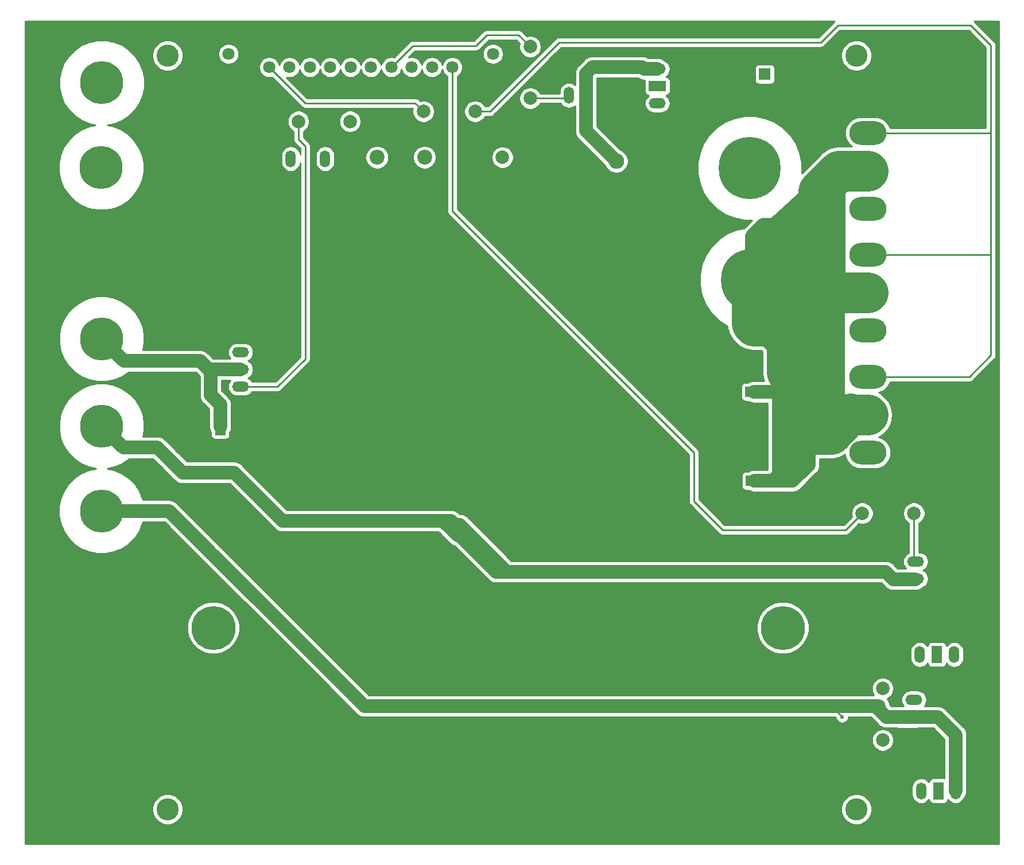
<source format=gbr>
G04 #@! TF.GenerationSoftware,KiCad,Pcbnew,5.1.0-060a0da~80~ubuntu16.04.1*
G04 #@! TF.CreationDate,2019-04-08T13:55:54+05:30*
G04 #@! TF.ProjectId,vcu-power,7663752d-706f-4776-9572-2e6b69636164,rev?*
G04 #@! TF.SameCoordinates,Original*
G04 #@! TF.FileFunction,Copper,L2,Bot*
G04 #@! TF.FilePolarity,Positive*
%FSLAX46Y46*%
G04 Gerber Fmt 4.6, Leading zero omitted, Abs format (unit mm)*
G04 Created by KiCad (PCBNEW 5.1.0-060a0da~80~ubuntu16.04.1) date 2019-04-08 13:55:54*
%MOMM*%
%LPD*%
G04 APERTURE LIST*
%ADD10R,1.501140X2.499360*%
%ADD11O,1.501140X2.499360*%
%ADD12C,6.350000*%
%ADD13C,6.500000*%
%ADD14C,1.800000*%
%ADD15C,2.000000*%
%ADD16C,2.200000*%
%ADD17C,9.144000*%
%ADD18C,3.276600*%
%ADD19C,1.700000*%
%ADD20R,1.700000X1.700000*%
%ADD21R,2.499360X1.501140*%
%ADD22O,2.499360X1.501140*%
%ADD23C,2.286000*%
%ADD24O,5.501640X3.500120*%
%ADD25C,1.998980*%
%ADD26C,0.600000*%
%ADD27C,6.000000*%
%ADD28C,2.000000*%
%ADD29C,0.250000*%
%ADD30C,0.254000*%
G04 APERTURE END LIST*
D10*
X185400000Y-141500000D03*
D11*
X182860000Y-141500000D03*
X187940000Y-141500000D03*
D12*
X61925000Y-49500000D03*
D13*
X162450000Y-117450000D03*
X78450000Y-117450000D03*
D14*
X116700000Y-34700000D03*
X113700000Y-34700000D03*
X110700000Y-34700000D03*
X107700000Y-34700000D03*
X104700000Y-34700000D03*
X101700000Y-34700000D03*
X98700000Y-34700000D03*
X95700000Y-34700000D03*
X92700000Y-34700000D03*
X89700000Y-34700000D03*
X86700000Y-34700000D03*
X83700000Y-34700000D03*
X119700000Y-32740000D03*
X80700000Y-32740000D03*
D15*
X121100000Y-52700000D03*
X121100000Y-48000000D03*
D16*
X109600000Y-48000000D03*
X102600000Y-48000000D03*
D17*
X157560000Y-49590000D03*
D12*
X62000000Y-37000000D03*
D18*
X71715000Y-144220000D03*
X173325000Y-144220000D03*
X71715000Y-32980000D03*
X173325000Y-32980000D03*
D19*
X164800000Y-35725000D03*
D20*
X159800000Y-35725000D03*
D21*
X158190000Y-82627460D03*
D22*
X158190000Y-80087460D03*
X158190000Y-85167460D03*
D21*
X158242000Y-95758000D03*
D22*
X158242000Y-93218000D03*
X158242000Y-98298000D03*
D10*
X185200000Y-121400000D03*
D11*
X182660000Y-121400000D03*
X187740000Y-121400000D03*
D10*
X79475000Y-87750000D03*
D11*
X82015000Y-87750000D03*
X76935000Y-87750000D03*
D21*
X143960000Y-37497460D03*
D22*
X143960000Y-34957460D03*
X143960000Y-40037460D03*
D17*
X157860000Y-66090000D03*
D12*
X61975000Y-87675000D03*
X61975000Y-74800000D03*
X62000000Y-62000000D03*
X61950000Y-100200000D03*
D23*
X137890000Y-48570000D03*
D24*
X175000000Y-68000000D03*
X175000000Y-62412000D03*
X175000000Y-73588000D03*
X175000000Y-86000000D03*
X175000000Y-80412000D03*
X175000000Y-91588000D03*
X175000000Y-50000000D03*
X175000000Y-44412000D03*
X175000000Y-55588000D03*
D22*
X182050000Y-110200000D03*
X182050000Y-107660000D03*
X182050000Y-112740000D03*
X82470000Y-79310000D03*
X82470000Y-81850000D03*
X82470000Y-76770000D03*
X181800000Y-130600000D03*
X181800000Y-128060000D03*
X181800000Y-133140000D03*
D11*
X133440000Y-38870000D03*
X130900000Y-38870000D03*
X135980000Y-38870000D03*
D25*
X109440000Y-41230000D03*
X117060000Y-41230000D03*
X181800000Y-100540000D03*
X174180000Y-100540000D03*
X91000000Y-42710000D03*
X98620000Y-42710000D03*
X177190000Y-126410000D03*
X177190000Y-134030000D03*
D11*
X94940000Y-48200000D03*
X89860000Y-48200000D03*
D25*
X125200000Y-39300000D03*
X125200000Y-31680000D03*
D26*
X163068000Y-75178000D03*
X163068000Y-79756000D03*
X163272001Y-70661999D03*
X167029840Y-87679840D03*
X163068000Y-85752000D03*
X163747971Y-93552029D03*
X164950000Y-59000000D03*
X169260000Y-78380000D03*
X170570000Y-75930000D03*
X169350000Y-61060000D03*
X167748000Y-72452000D03*
X166900000Y-64300000D03*
X88665000Y-101660000D03*
X95865000Y-101660000D03*
X103460000Y-101660000D03*
X115920000Y-103380000D03*
X127095000Y-109180000D03*
X138095000Y-109180000D03*
X150345000Y-109180000D03*
X162105000Y-109180000D03*
X170595000Y-109180000D03*
X177610000Y-109180000D03*
X88665000Y-101660000D03*
X83490000Y-96485000D03*
X77150000Y-94850000D03*
X72610000Y-93260000D03*
X103365000Y-128990000D03*
X111190000Y-128990000D03*
X117790000Y-128990000D03*
X125090000Y-128990000D03*
X132090000Y-128990000D03*
X140040000Y-128990000D03*
X148640000Y-128990000D03*
X159935000Y-128990000D03*
X171200000Y-130600000D03*
X96240000Y-124510000D03*
X90552500Y-118822500D03*
X84915000Y-113185000D03*
X78177500Y-106447500D03*
X69730000Y-100200000D03*
D27*
X172586784Y-86000000D02*
X172438784Y-85852000D01*
X175000000Y-86000000D02*
X172586784Y-86000000D01*
X169049170Y-68042830D02*
X165976830Y-68042830D01*
X169092000Y-68000000D02*
X169049170Y-68042830D01*
X165976830Y-68042830D02*
X165934000Y-68000000D01*
X175000000Y-68000000D02*
X169092000Y-68000000D01*
X175000000Y-50000000D02*
X170726000Y-50000000D01*
X170726000Y-50000000D02*
X167748000Y-52978000D01*
X167748000Y-84436000D02*
X169164000Y-85852000D01*
X157860000Y-72555784D02*
X158180000Y-72875784D01*
X157860000Y-66090000D02*
X157860000Y-72555784D01*
X158180000Y-72875784D02*
X160765784Y-72875784D01*
X160765784Y-72875784D02*
X163068000Y-75178000D01*
X163068000Y-79756000D02*
X163068000Y-75178000D01*
X157860000Y-66090000D02*
X162431999Y-61518001D01*
X163272001Y-70661999D02*
X165934000Y-68000000D01*
X162431999Y-70661999D02*
X163272001Y-70661999D01*
X157860000Y-66090000D02*
X162431999Y-70661999D01*
X157860000Y-66090000D02*
X162590000Y-66090000D01*
D28*
X167748000Y-86961680D02*
X167748000Y-84436000D01*
X165934000Y-85796000D02*
X165934000Y-82622000D01*
X164470000Y-89890000D02*
X164644840Y-90064840D01*
X164644840Y-87085160D02*
X164990000Y-86740000D01*
X164990000Y-86740000D02*
X165934000Y-85796000D01*
X164644840Y-90064840D02*
X164644840Y-87085160D01*
X164990000Y-86740000D02*
X166090000Y-86740000D01*
X166090000Y-86740000D02*
X167029840Y-87679840D01*
X167029840Y-87679840D02*
X167748000Y-86961680D01*
X164644840Y-90064840D02*
X167029840Y-87679840D01*
D29*
X165794000Y-72452000D02*
X163068000Y-75178000D01*
X167748000Y-72452000D02*
X165794000Y-72452000D01*
X167748000Y-75076000D02*
X163068000Y-79756000D01*
X167748000Y-72452000D02*
X167748000Y-75076000D01*
X161378216Y-72555784D02*
X163272001Y-70661999D01*
X157860000Y-72555784D02*
X161378216Y-72555784D01*
X167748000Y-84436000D02*
X165934000Y-82622000D01*
D28*
X161850000Y-89880000D02*
X161840000Y-89890000D01*
X161850000Y-80974000D02*
X163068000Y-79756000D01*
X163068000Y-80180264D02*
X163068000Y-79756000D01*
X162977500Y-88752500D02*
X163068000Y-88662000D01*
X162977500Y-88752500D02*
X164990000Y-86740000D01*
X161840000Y-89890000D02*
X162977500Y-88752500D01*
X164644840Y-83911160D02*
X165934000Y-82622000D01*
X164644840Y-87085160D02*
X164644840Y-83911160D01*
X157860000Y-66090000D02*
X157860000Y-61640000D01*
X166522000Y-52978000D02*
X167748000Y-52978000D01*
X163400000Y-60550000D02*
X157860000Y-66090000D01*
X162431999Y-61518001D02*
X162431999Y-58568001D01*
X157860000Y-66090000D02*
X164950000Y-59000000D01*
X164950000Y-56850000D02*
X165000000Y-56000000D01*
X162431999Y-58568001D02*
X164950000Y-56850000D01*
X161702460Y-82627460D02*
X161850000Y-82775000D01*
X158190000Y-82627460D02*
X161702460Y-82627460D01*
X161850000Y-82775000D02*
X161850000Y-80974000D01*
X161850000Y-89880000D02*
X161850000Y-82775000D01*
X163068000Y-80999140D02*
X163068000Y-80180264D01*
X161439680Y-82627460D02*
X163068000Y-80999140D01*
X158190000Y-82627460D02*
X161439680Y-82627460D01*
X161850000Y-95399680D02*
X161850000Y-89880000D01*
X161491680Y-95758000D02*
X161850000Y-95399680D01*
X158242000Y-95758000D02*
X161491680Y-95758000D01*
X166250000Y-93450000D02*
X166250000Y-90875000D01*
X173999240Y-86000000D02*
X175000000Y-86000000D01*
X169124240Y-90875000D02*
X173999240Y-86000000D01*
X166250000Y-90875000D02*
X169124240Y-90875000D01*
X158242000Y-95758000D02*
X161492000Y-95758000D01*
X161492000Y-95758000D02*
X163942000Y-95758000D01*
X167375000Y-89350000D02*
X167375000Y-87641000D01*
X167375000Y-87641000D02*
X169164000Y-85852000D01*
X161492000Y-95758000D02*
X161492000Y-95233000D01*
X161850000Y-91600000D02*
X164950000Y-94700000D01*
X161850000Y-89880000D02*
X161850000Y-91600000D01*
X164950000Y-94700000D02*
X166250000Y-93450000D01*
X163942000Y-95758000D02*
X164950000Y-94700000D01*
X162700000Y-89175000D02*
X162700000Y-90450000D01*
X162700000Y-90450000D02*
X164925000Y-92675000D01*
X162700000Y-89175000D02*
X164470000Y-89890000D01*
X161840000Y-89890000D02*
X162700000Y-89175000D01*
X164470000Y-90620000D02*
X165025000Y-91175000D01*
X165025000Y-91175000D02*
X167375000Y-89350000D01*
X164470000Y-89890000D02*
X164470000Y-90620000D01*
X164925000Y-92675000D02*
X165025000Y-91175000D01*
X167375000Y-89350000D02*
X169050000Y-89350000D01*
D27*
X169550000Y-88850000D02*
X169164000Y-85852000D01*
X172438784Y-85852000D02*
X169550000Y-88850000D01*
D29*
X165534680Y-89175000D02*
X167029840Y-87679840D01*
X162700000Y-89175000D02*
X165534680Y-89175000D01*
D28*
X163068000Y-88662000D02*
X163068000Y-85752000D01*
D29*
X164470000Y-87154000D02*
X163068000Y-85752000D01*
D28*
X163068000Y-85752000D02*
X163068000Y-80180264D01*
D29*
X164470000Y-89890000D02*
X164470000Y-87154000D01*
D28*
X161492000Y-95233000D02*
X163747971Y-93552029D01*
X163747971Y-93552029D02*
X164925000Y-92675000D01*
D29*
X162700000Y-90450000D02*
X162700000Y-92504058D01*
X162700000Y-92504058D02*
X163747971Y-93552029D01*
X164950000Y-56850000D02*
X164950000Y-59000000D01*
X167748000Y-76868000D02*
X167748000Y-72452000D01*
X169260000Y-78380000D02*
X167748000Y-76868000D01*
X167748000Y-73108000D02*
X170570000Y-75930000D01*
X167748000Y-72452000D02*
X167748000Y-73108000D01*
X167748000Y-62662000D02*
X167748000Y-66656000D01*
X169350000Y-61060000D02*
X167748000Y-62662000D01*
X167748000Y-66656000D02*
X167748000Y-72452000D01*
X163400000Y-60550000D02*
X163400000Y-60800000D01*
D28*
X167748000Y-66741660D02*
X169049170Y-68042830D01*
X167748000Y-52978000D02*
X167748000Y-66741660D01*
X170726000Y-50000000D02*
X170726000Y-66366000D01*
X169270000Y-54500000D02*
X167748000Y-52978000D01*
X169270000Y-60980000D02*
X169270000Y-54500000D01*
X169350000Y-67040000D02*
X169701000Y-67391000D01*
X169701000Y-67391000D02*
X169049170Y-68042830D01*
X169350000Y-61060000D02*
X169350000Y-67040000D01*
X170726000Y-66366000D02*
X169701000Y-67391000D01*
X167748000Y-53252000D02*
X165000000Y-56000000D01*
X167748000Y-52978000D02*
X167748000Y-53252000D01*
X165000000Y-56000000D02*
X165480000Y-56000000D01*
X165480000Y-56000000D02*
X166260000Y-56780000D01*
X166260000Y-67674000D02*
X165934000Y-68000000D01*
X166260000Y-56780000D02*
X166260000Y-67674000D01*
X164120000Y-61520000D02*
X164120000Y-66186000D01*
D29*
X163400000Y-60800000D02*
X164120000Y-61520000D01*
X164120000Y-61520000D02*
X166900000Y-64300000D01*
D28*
X165000000Y-66640000D02*
X165840000Y-67480000D01*
X165840000Y-67480000D02*
X165934000Y-68000000D01*
X165000000Y-56000000D02*
X165000000Y-66640000D01*
X164120000Y-66186000D02*
X165840000Y-67480000D01*
X169049170Y-89100830D02*
X168930000Y-89220000D01*
X169049170Y-68042830D02*
X169049170Y-89100830D01*
X168930000Y-89220000D02*
X169550000Y-88850000D01*
X169050000Y-89350000D02*
X168930000Y-89220000D01*
X170570000Y-69563660D02*
X169049170Y-68042830D01*
X169164000Y-84586000D02*
X170570000Y-83180000D01*
X170570000Y-83180000D02*
X170570000Y-69563660D01*
X169164000Y-85852000D02*
X169164000Y-84586000D01*
X169049170Y-68042830D02*
X169049170Y-69480830D01*
X167748000Y-70782000D02*
X167748000Y-84436000D01*
X169049170Y-69480830D02*
X167748000Y-70782000D01*
X169164000Y-85852000D02*
X163068000Y-79756000D01*
X163068000Y-85752000D02*
X163068000Y-84042000D01*
X163068000Y-84042000D02*
X166350000Y-80760000D01*
X166350000Y-80760000D02*
X166350000Y-71940000D01*
X166306000Y-71940000D02*
X163068000Y-75178000D01*
X166350000Y-71940000D02*
X166306000Y-71940000D01*
X157860000Y-66090000D02*
X157860000Y-59624216D01*
X158340000Y-59144216D02*
X157860000Y-59624216D01*
X161030000Y-58080000D02*
X166552000Y-53078000D01*
X157860000Y-61640000D02*
X161000000Y-57980000D01*
X157860000Y-59624216D02*
X157895784Y-59624216D01*
X159540000Y-57980000D02*
X161000000Y-57980000D01*
X157895784Y-59624216D02*
X159540000Y-57980000D01*
X109530000Y-101660000D02*
X112300000Y-101660000D01*
X109530000Y-101660000D02*
X113510000Y-101660000D01*
X114430000Y-102580000D02*
X113510000Y-101660000D01*
X114430000Y-103790000D02*
X114430000Y-102580000D01*
X178730000Y-110300000D02*
X182000000Y-110300000D01*
X177610000Y-109180000D02*
X178730000Y-110300000D01*
X112905000Y-102265000D02*
X114805000Y-102265000D01*
X112300000Y-101660000D02*
X112905000Y-102265000D01*
X112905000Y-102265000D02*
X114430000Y-103790000D01*
X114430000Y-103790000D02*
X114770000Y-103790000D01*
X120160000Y-109180000D02*
X121720000Y-109180000D01*
X114770000Y-103790000D02*
X120160000Y-109180000D01*
X88665000Y-101660000D02*
X95865000Y-101660000D01*
X103460000Y-101660000D02*
X109530000Y-101660000D01*
X95865000Y-101660000D02*
X103460000Y-101660000D01*
X114805000Y-102265000D02*
X115920000Y-103380000D01*
X115920000Y-103380000D02*
X121720000Y-109180000D01*
X121720000Y-109180000D02*
X127095000Y-109180000D01*
X127095000Y-109180000D02*
X138095000Y-109180000D01*
X138095000Y-109180000D02*
X150345000Y-109180000D01*
X150345000Y-109180000D02*
X162105000Y-109180000D01*
X162105000Y-109180000D02*
X170595000Y-109180000D01*
X170595000Y-109180000D02*
X177610000Y-109180000D01*
X81530000Y-94525000D02*
X88665000Y-101660000D01*
X61975000Y-87675000D02*
X65149999Y-90849999D01*
X73875000Y-94525000D02*
X81530000Y-94525000D01*
X65149999Y-90849999D02*
X70199999Y-90849999D01*
D29*
X71850000Y-92500000D02*
X72610000Y-93260000D01*
D28*
X70199999Y-90849999D02*
X71850000Y-92500000D01*
X71850000Y-92500000D02*
X73875000Y-94525000D01*
X61975000Y-74800000D02*
X65250000Y-78075000D01*
X65250000Y-78075000D02*
X76500000Y-78075000D01*
X77735000Y-79310000D02*
X82470000Y-79310000D01*
X76500000Y-78075000D02*
X77735000Y-79310000D01*
X79475000Y-84500320D02*
X78075000Y-83100320D01*
X79475000Y-87750000D02*
X79475000Y-84500320D01*
X78075000Y-79650000D02*
X77735000Y-79310000D01*
X78075000Y-83100320D02*
X78075000Y-79650000D01*
X177720000Y-130600000D02*
X179480000Y-130600000D01*
X176640000Y-129520000D02*
X177720000Y-130600000D01*
X179480000Y-130600000D02*
X179530000Y-130650000D01*
X179530000Y-130650000D02*
X182100000Y-130650000D01*
X176640000Y-128990000D02*
X176640000Y-129520000D01*
X100720000Y-128990000D02*
X103365000Y-128990000D01*
X103365000Y-128990000D02*
X111190000Y-128990000D01*
X111190000Y-128990000D02*
X117790000Y-128990000D01*
X117790000Y-128990000D02*
X125090000Y-128990000D01*
X125090000Y-128990000D02*
X132090000Y-128990000D01*
X132090000Y-128990000D02*
X140040000Y-128990000D01*
X140040000Y-128990000D02*
X148640000Y-128990000D01*
X148640000Y-128990000D02*
X159935000Y-128990000D01*
D29*
X170485000Y-129885000D02*
X171200000Y-130600000D01*
D28*
X159935000Y-128990000D02*
X170485000Y-128990000D01*
D29*
X170485000Y-128990000D02*
X170485000Y-129885000D01*
D28*
X170485000Y-128990000D02*
X176640000Y-128990000D01*
X96240000Y-124510000D02*
X100720000Y-128990000D01*
X90552500Y-118822500D02*
X96240000Y-124510000D01*
X84915000Y-113185000D02*
X90552500Y-118822500D01*
X78177500Y-106447500D02*
X84915000Y-113185000D01*
X71930000Y-100200000D02*
X78177500Y-106447500D01*
X187940000Y-141500000D02*
X187940000Y-133240000D01*
X185300000Y-130600000D02*
X181800000Y-130600000D01*
X187940000Y-133240000D02*
X185300000Y-130600000D01*
D29*
X68440000Y-100200000D02*
X69730000Y-100200000D01*
D28*
X61950000Y-100200000D02*
X68440000Y-100200000D01*
X68440000Y-100200000D02*
X71930000Y-100200000D01*
X133440000Y-44120000D02*
X137890000Y-48570000D01*
X133440000Y-38870000D02*
X133440000Y-44120000D01*
X133440000Y-35620320D02*
X134360320Y-34700000D01*
X133440000Y-38870000D02*
X133440000Y-35620320D01*
X141982460Y-34957460D02*
X143960000Y-34957460D01*
X141725000Y-34700000D02*
X141982460Y-34957460D01*
X134360320Y-34700000D02*
X141725000Y-34700000D01*
D29*
X171720000Y-103000000D02*
X174180000Y-100540000D01*
X113700000Y-34700000D02*
X113700000Y-55950000D01*
X149320000Y-91570000D02*
X149320000Y-98760000D01*
X153560000Y-103000000D02*
X171720000Y-103000000D01*
X113700000Y-55950000D02*
X149320000Y-91570000D01*
X149320000Y-98760000D02*
X153560000Y-103000000D01*
X107885001Y-31514999D02*
X117205001Y-31514999D01*
X104700000Y-34700000D02*
X107885001Y-31514999D01*
X117205001Y-31514999D02*
X118780000Y-29940000D01*
X123460000Y-29940000D02*
X125200000Y-31680000D01*
X118780000Y-29940000D02*
X123460000Y-29940000D01*
X86700000Y-34700000D02*
X92010000Y-40010000D01*
X108220000Y-40010000D02*
X109440000Y-41230000D01*
X92010000Y-40010000D02*
X108220000Y-40010000D01*
X117060000Y-41230000D02*
X119250000Y-41230000D01*
X129463301Y-31016699D02*
X168043301Y-31016699D01*
X119250000Y-41230000D02*
X129463301Y-31016699D01*
X168043301Y-31016699D02*
X170580000Y-28480000D01*
X170580000Y-28480000D02*
X190180000Y-28480000D01*
X190180000Y-28480000D02*
X193160000Y-31460000D01*
X193160000Y-31460000D02*
X193160000Y-44230000D01*
X192978000Y-44412000D02*
X175000000Y-44412000D01*
X193160000Y-44230000D02*
X192978000Y-44412000D01*
X193160000Y-44230000D02*
X193160000Y-62250000D01*
X192998000Y-62412000D02*
X175000000Y-62412000D01*
X193160000Y-62250000D02*
X192998000Y-62412000D01*
X193160000Y-62250000D02*
X193160000Y-77220000D01*
X189968000Y-80412000D02*
X175000000Y-80412000D01*
X193160000Y-77220000D02*
X189968000Y-80412000D01*
X181800000Y-107560000D02*
X182000000Y-107760000D01*
X181800000Y-100540000D02*
X181800000Y-107560000D01*
X91000000Y-42710000D02*
X91000000Y-45350000D01*
X91000000Y-45350000D02*
X92000000Y-46350000D01*
X92000000Y-46350000D02*
X92000000Y-77750000D01*
X87900000Y-81850000D02*
X82470000Y-81850000D01*
X92000000Y-77750000D02*
X87900000Y-81850000D01*
X130470000Y-39300000D02*
X130900000Y-38870000D01*
X125200000Y-39300000D02*
X130470000Y-39300000D01*
D30*
G36*
X170039999Y-27939999D02*
G01*
X170016201Y-27968997D01*
X167728500Y-30256699D01*
X129500626Y-30256699D01*
X129463301Y-30253023D01*
X129425976Y-30256699D01*
X129425968Y-30256699D01*
X129314315Y-30267696D01*
X129171054Y-30311153D01*
X129039025Y-30381725D01*
X128923300Y-30476698D01*
X128899502Y-30505696D01*
X118935199Y-40470000D01*
X118514358Y-40470000D01*
X118508467Y-40455778D01*
X118329592Y-40188073D01*
X118101927Y-39960408D01*
X117834222Y-39781533D01*
X117536763Y-39658322D01*
X117220983Y-39595510D01*
X116899017Y-39595510D01*
X116583237Y-39658322D01*
X116285778Y-39781533D01*
X116018073Y-39960408D01*
X115790408Y-40188073D01*
X115611533Y-40455778D01*
X115488322Y-40753237D01*
X115425510Y-41069017D01*
X115425510Y-41390983D01*
X115488322Y-41706763D01*
X115611533Y-42004222D01*
X115790408Y-42271927D01*
X116018073Y-42499592D01*
X116285778Y-42678467D01*
X116583237Y-42801678D01*
X116899017Y-42864490D01*
X117220983Y-42864490D01*
X117536763Y-42801678D01*
X117834222Y-42678467D01*
X118101927Y-42499592D01*
X118329592Y-42271927D01*
X118508467Y-42004222D01*
X118514358Y-41990000D01*
X119212678Y-41990000D01*
X119250000Y-41993676D01*
X119287322Y-41990000D01*
X119287333Y-41990000D01*
X119398986Y-41979003D01*
X119542247Y-41935546D01*
X119674276Y-41864974D01*
X119790001Y-41770001D01*
X119813804Y-41740997D01*
X122415784Y-39139017D01*
X123565510Y-39139017D01*
X123565510Y-39460983D01*
X123628322Y-39776763D01*
X123751533Y-40074222D01*
X123930408Y-40341927D01*
X124158073Y-40569592D01*
X124425778Y-40748467D01*
X124723237Y-40871678D01*
X125039017Y-40934490D01*
X125360983Y-40934490D01*
X125676763Y-40871678D01*
X125974222Y-40748467D01*
X126241927Y-40569592D01*
X126469592Y-40341927D01*
X126648467Y-40074222D01*
X126654358Y-40060000D01*
X129698207Y-40060000D01*
X129742366Y-40142616D01*
X129915515Y-40353596D01*
X130126495Y-40526744D01*
X130367201Y-40655403D01*
X130628382Y-40734632D01*
X130900000Y-40761384D01*
X131171619Y-40734632D01*
X131432800Y-40655403D01*
X131673506Y-40526744D01*
X131805000Y-40418829D01*
X131805001Y-44039671D01*
X131797089Y-44120000D01*
X131828658Y-44440516D01*
X131922148Y-44748714D01*
X132053084Y-44993677D01*
X132073970Y-45032752D01*
X132278287Y-45281714D01*
X132340682Y-45332920D01*
X136239685Y-49231924D01*
X136314357Y-49412199D01*
X136508937Y-49703409D01*
X136756591Y-49951063D01*
X137047801Y-50145643D01*
X137371377Y-50279672D01*
X137714882Y-50348000D01*
X138065118Y-50348000D01*
X138408623Y-50279672D01*
X138732199Y-50145643D01*
X139023409Y-49951063D01*
X139271063Y-49703409D01*
X139465643Y-49412199D01*
X139599672Y-49088623D01*
X139668000Y-48745118D01*
X139668000Y-48394882D01*
X139599672Y-48051377D01*
X139465643Y-47727801D01*
X139271063Y-47436591D01*
X139023409Y-47188937D01*
X138732199Y-46994357D01*
X138551924Y-46919685D01*
X135075000Y-43442762D01*
X135075000Y-36335000D01*
X141091240Y-36335000D01*
X141353745Y-36475312D01*
X141661944Y-36568803D01*
X141902138Y-36592460D01*
X141902140Y-36592460D01*
X141982459Y-36600371D01*
X142062779Y-36592460D01*
X142093593Y-36592460D01*
X142084508Y-36622408D01*
X142072248Y-36746890D01*
X142072248Y-38248030D01*
X142084508Y-38372512D01*
X142120818Y-38492210D01*
X142179783Y-38602524D01*
X142259135Y-38699215D01*
X142355826Y-38778567D01*
X142466140Y-38837532D01*
X142585838Y-38873842D01*
X142683014Y-38883413D01*
X142476404Y-39052974D01*
X142303256Y-39263954D01*
X142174597Y-39504660D01*
X142095368Y-39765841D01*
X142068616Y-40037460D01*
X142095368Y-40309079D01*
X142174597Y-40570260D01*
X142303256Y-40810966D01*
X142476404Y-41021946D01*
X142687384Y-41195094D01*
X142928090Y-41323753D01*
X143189271Y-41402982D01*
X143392823Y-41423030D01*
X144527177Y-41423030D01*
X144730729Y-41402982D01*
X144991910Y-41323753D01*
X145232616Y-41195094D01*
X145443596Y-41021946D01*
X145616744Y-40810966D01*
X145745403Y-40570260D01*
X145824632Y-40309079D01*
X145851384Y-40037460D01*
X145824632Y-39765841D01*
X145745403Y-39504660D01*
X145616744Y-39263954D01*
X145443596Y-39052974D01*
X145236986Y-38883413D01*
X145334162Y-38873842D01*
X145453860Y-38837532D01*
X145564174Y-38778567D01*
X145660865Y-38699215D01*
X145740217Y-38602524D01*
X145799182Y-38492210D01*
X145835492Y-38372512D01*
X145847752Y-38248030D01*
X145847752Y-36746890D01*
X145835492Y-36622408D01*
X145799182Y-36502710D01*
X145740217Y-36392396D01*
X145660865Y-36295705D01*
X145564174Y-36216353D01*
X145453860Y-36157388D01*
X145334162Y-36121078D01*
X145236986Y-36111507D01*
X145443596Y-35941946D01*
X145616744Y-35730966D01*
X145745403Y-35490260D01*
X145824632Y-35229079D01*
X145851384Y-34957460D01*
X145843263Y-34875000D01*
X158311928Y-34875000D01*
X158311928Y-36575000D01*
X158324188Y-36699482D01*
X158360498Y-36819180D01*
X158419463Y-36929494D01*
X158498815Y-37026185D01*
X158595506Y-37105537D01*
X158705820Y-37164502D01*
X158825518Y-37200812D01*
X158950000Y-37213072D01*
X160650000Y-37213072D01*
X160774482Y-37200812D01*
X160894180Y-37164502D01*
X161004494Y-37105537D01*
X161101185Y-37026185D01*
X161180537Y-36929494D01*
X161239502Y-36819180D01*
X161275812Y-36699482D01*
X161288072Y-36575000D01*
X161288072Y-34875000D01*
X161275812Y-34750518D01*
X161239502Y-34630820D01*
X161180537Y-34520506D01*
X161101185Y-34423815D01*
X161004494Y-34344463D01*
X160894180Y-34285498D01*
X160774482Y-34249188D01*
X160650000Y-34236928D01*
X158950000Y-34236928D01*
X158825518Y-34249188D01*
X158705820Y-34285498D01*
X158595506Y-34344463D01*
X158498815Y-34423815D01*
X158419463Y-34520506D01*
X158360498Y-34630820D01*
X158324188Y-34750518D01*
X158311928Y-34875000D01*
X145843263Y-34875000D01*
X145824632Y-34685841D01*
X145745403Y-34424660D01*
X145616744Y-34183954D01*
X145443596Y-33972974D01*
X145232616Y-33799826D01*
X144991910Y-33671167D01*
X144957015Y-33660582D01*
X144872752Y-33591429D01*
X144588715Y-33439608D01*
X144280516Y-33346117D01*
X144040322Y-33322460D01*
X142616220Y-33322460D01*
X142353715Y-33182148D01*
X142045516Y-33088657D01*
X141805322Y-33065000D01*
X141805319Y-33065000D01*
X141725000Y-33057089D01*
X141644681Y-33065000D01*
X134440639Y-33065000D01*
X134360319Y-33057089D01*
X134280000Y-33065000D01*
X134279998Y-33065000D01*
X134039804Y-33088657D01*
X133731605Y-33182148D01*
X133447568Y-33333969D01*
X133198606Y-33538286D01*
X133147395Y-33600687D01*
X132340682Y-34407400D01*
X132278287Y-34458606D01*
X132091801Y-34685841D01*
X132073970Y-34707568D01*
X131922148Y-34991606D01*
X131828658Y-35299804D01*
X131797089Y-35620320D01*
X131805001Y-35700649D01*
X131805000Y-37321172D01*
X131673505Y-37213256D01*
X131432799Y-37084597D01*
X131171618Y-37005368D01*
X130900000Y-36978616D01*
X130628381Y-37005368D01*
X130367200Y-37084597D01*
X130126494Y-37213256D01*
X129915514Y-37386405D01*
X129742366Y-37597385D01*
X129613707Y-37838091D01*
X129534478Y-38099272D01*
X129514430Y-38302824D01*
X129514430Y-38540000D01*
X126654358Y-38540000D01*
X126648467Y-38525778D01*
X126469592Y-38258073D01*
X126241927Y-38030408D01*
X125974222Y-37851533D01*
X125676763Y-37728322D01*
X125360983Y-37665510D01*
X125039017Y-37665510D01*
X124723237Y-37728322D01*
X124425778Y-37851533D01*
X124158073Y-38030408D01*
X123930408Y-38258073D01*
X123751533Y-38525778D01*
X123628322Y-38823237D01*
X123565510Y-39139017D01*
X122415784Y-39139017D01*
X128798702Y-32756099D01*
X171051700Y-32756099D01*
X171051700Y-33203901D01*
X171139061Y-33643097D01*
X171310427Y-34056812D01*
X171559212Y-34429145D01*
X171875855Y-34745788D01*
X172248188Y-34994573D01*
X172661903Y-35165939D01*
X173101099Y-35253300D01*
X173548901Y-35253300D01*
X173988097Y-35165939D01*
X174401812Y-34994573D01*
X174774145Y-34745788D01*
X175090788Y-34429145D01*
X175339573Y-34056812D01*
X175510939Y-33643097D01*
X175598300Y-33203901D01*
X175598300Y-32756099D01*
X175510939Y-32316903D01*
X175339573Y-31903188D01*
X175090788Y-31530855D01*
X174774145Y-31214212D01*
X174401812Y-30965427D01*
X173988097Y-30794061D01*
X173548901Y-30706700D01*
X173101099Y-30706700D01*
X172661903Y-30794061D01*
X172248188Y-30965427D01*
X171875855Y-31214212D01*
X171559212Y-31530855D01*
X171310427Y-31903188D01*
X171139061Y-32316903D01*
X171051700Y-32756099D01*
X128798702Y-32756099D01*
X129778103Y-31776699D01*
X168005979Y-31776699D01*
X168043301Y-31780375D01*
X168080623Y-31776699D01*
X168080634Y-31776699D01*
X168192287Y-31765702D01*
X168335548Y-31722245D01*
X168467577Y-31651673D01*
X168583302Y-31556700D01*
X168607105Y-31527696D01*
X170894802Y-29240000D01*
X189865199Y-29240000D01*
X192400000Y-31774803D01*
X192400001Y-43652000D01*
X178262597Y-43652000D01*
X178214930Y-43494861D01*
X177993460Y-43080520D01*
X177695412Y-42717348D01*
X177332240Y-42419300D01*
X176917899Y-42197830D01*
X176468313Y-42061450D01*
X176117927Y-42026940D01*
X173882073Y-42026940D01*
X173531687Y-42061450D01*
X173082101Y-42197830D01*
X172667760Y-42419300D01*
X172304588Y-42717348D01*
X172006540Y-43080520D01*
X171785070Y-43494861D01*
X171648690Y-43944447D01*
X171602640Y-44412000D01*
X171648690Y-44879553D01*
X171785070Y-45329139D01*
X172006540Y-45743480D01*
X172304588Y-46106652D01*
X172619385Y-46365000D01*
X170904572Y-46365000D01*
X170726000Y-46347412D01*
X170547427Y-46365000D01*
X170547425Y-46365000D01*
X170013415Y-46417595D01*
X169328215Y-46625449D01*
X168696730Y-46962984D01*
X168530991Y-47099003D01*
X168143230Y-47417230D01*
X168029392Y-47555942D01*
X165259000Y-50326335D01*
X165259000Y-48831715D01*
X164963132Y-47344285D01*
X164382765Y-45943156D01*
X163540204Y-44682174D01*
X162467826Y-43609796D01*
X161206844Y-42767235D01*
X159805715Y-42186868D01*
X158318285Y-41891000D01*
X156801715Y-41891000D01*
X155314285Y-42186868D01*
X153913156Y-42767235D01*
X152652174Y-43609796D01*
X151579796Y-44682174D01*
X150737235Y-45943156D01*
X150156868Y-47344285D01*
X149861000Y-48831715D01*
X149861000Y-50348285D01*
X150156868Y-51835715D01*
X150737235Y-53236844D01*
X151579796Y-54497826D01*
X152652174Y-55570204D01*
X153913156Y-56412765D01*
X155314285Y-56993132D01*
X156801715Y-57289000D01*
X157918761Y-57289000D01*
X157432247Y-57775514D01*
X157427248Y-57778186D01*
X157240677Y-57931300D01*
X156760686Y-58411292D01*
X156698286Y-58462502D01*
X156689709Y-58472953D01*
X155614285Y-58686868D01*
X154213156Y-59267235D01*
X152952174Y-60109796D01*
X151879796Y-61182174D01*
X151037235Y-62443156D01*
X150456868Y-63844285D01*
X150161000Y-65331715D01*
X150161000Y-66848285D01*
X150456868Y-68335715D01*
X151037235Y-69736844D01*
X151879796Y-70997826D01*
X152952174Y-72070204D01*
X154213156Y-72912765D01*
X154243823Y-72925468D01*
X154247399Y-72961774D01*
X154277596Y-73268369D01*
X154317601Y-73400246D01*
X154485449Y-73953568D01*
X154822984Y-74585053D01*
X154999387Y-74800000D01*
X155277231Y-75138554D01*
X155415942Y-75252391D01*
X155483388Y-75319837D01*
X155597230Y-75458554D01*
X156150731Y-75912800D01*
X156782215Y-76250335D01*
X157467415Y-76458189D01*
X158001425Y-76510784D01*
X158001427Y-76510784D01*
X158179999Y-76528372D01*
X158358572Y-76510784D01*
X159260119Y-76510784D01*
X159433001Y-76683666D01*
X159433000Y-79934574D01*
X159485595Y-80468584D01*
X159644512Y-80992460D01*
X158109678Y-80992460D01*
X157869484Y-81016117D01*
X157561285Y-81109608D01*
X157319550Y-81238818D01*
X156940320Y-81238818D01*
X156815838Y-81251078D01*
X156696140Y-81287388D01*
X156585826Y-81346353D01*
X156489135Y-81425705D01*
X156409783Y-81522396D01*
X156350818Y-81632710D01*
X156314508Y-81752408D01*
X156302248Y-81876890D01*
X156302248Y-83378030D01*
X156314508Y-83502512D01*
X156350818Y-83622210D01*
X156409783Y-83732524D01*
X156489135Y-83829215D01*
X156585826Y-83908567D01*
X156696140Y-83967532D01*
X156815838Y-84003842D01*
X156940320Y-84016102D01*
X157319550Y-84016102D01*
X157561285Y-84145312D01*
X157869484Y-84238803D01*
X158109678Y-84262460D01*
X160215001Y-84262460D01*
X160215000Y-89682220D01*
X160204007Y-89739385D01*
X160204488Y-89814879D01*
X160197089Y-89890000D01*
X160205511Y-89975512D01*
X160206059Y-90061445D01*
X160215000Y-90104944D01*
X160215000Y-91519681D01*
X160207089Y-91600000D01*
X160215000Y-91680319D01*
X160215000Y-91680322D01*
X160215001Y-91680329D01*
X160215000Y-94123000D01*
X158161678Y-94123000D01*
X157921484Y-94146657D01*
X157613285Y-94240148D01*
X157371550Y-94369358D01*
X156992320Y-94369358D01*
X156867838Y-94381618D01*
X156748140Y-94417928D01*
X156637826Y-94476893D01*
X156541135Y-94556245D01*
X156461783Y-94652936D01*
X156402818Y-94763250D01*
X156366508Y-94882948D01*
X156354248Y-95007430D01*
X156354248Y-96508570D01*
X156366508Y-96633052D01*
X156402818Y-96752750D01*
X156461783Y-96863064D01*
X156541135Y-96959755D01*
X156637826Y-97039107D01*
X156748140Y-97098072D01*
X156867838Y-97134382D01*
X156992320Y-97146642D01*
X157371550Y-97146642D01*
X157613285Y-97275852D01*
X157921484Y-97369343D01*
X158161678Y-97393000D01*
X161411361Y-97393000D01*
X161491680Y-97400911D01*
X161491840Y-97400895D01*
X161492000Y-97400911D01*
X161572322Y-97393000D01*
X163881501Y-97393000D01*
X163981749Y-97400430D01*
X164121931Y-97383189D01*
X164262516Y-97369343D01*
X164281610Y-97363551D01*
X164301408Y-97361116D01*
X164435527Y-97316861D01*
X164570715Y-97275852D01*
X164588312Y-97266446D01*
X164607254Y-97260196D01*
X164730160Y-97190627D01*
X164854752Y-97124031D01*
X164870176Y-97111373D01*
X164887535Y-97101547D01*
X164994497Y-97009345D01*
X165103714Y-96919714D01*
X165167496Y-96841995D01*
X166064660Y-95900328D01*
X166111713Y-95861713D01*
X166152720Y-95811745D01*
X167336908Y-94673105D01*
X167411714Y-94611714D01*
X167503716Y-94499609D01*
X167597874Y-94389357D01*
X167605773Y-94375252D01*
X167616031Y-94362752D01*
X167684391Y-94234860D01*
X167755235Y-94108350D01*
X167760230Y-94092974D01*
X167767852Y-94078715D01*
X167809950Y-93939935D01*
X167854749Y-93802044D01*
X167856649Y-93785992D01*
X167861343Y-93770516D01*
X167875556Y-93626210D01*
X167892596Y-93482208D01*
X167885000Y-93385733D01*
X167885000Y-92510000D01*
X169043921Y-92510000D01*
X169124240Y-92517911D01*
X169204559Y-92510000D01*
X169204562Y-92510000D01*
X169394853Y-92491258D01*
X169459451Y-92489328D01*
X169617753Y-92501959D01*
X169816452Y-92478660D01*
X170016429Y-92472684D01*
X170171192Y-92437063D01*
X170328914Y-92418569D01*
X170519249Y-92356954D01*
X170714218Y-92312079D01*
X170859054Y-92246952D01*
X171010140Y-92198042D01*
X171184803Y-92100475D01*
X171367266Y-92018428D01*
X171496610Y-91926298D01*
X171628693Y-91852517D01*
X171648690Y-92055553D01*
X171785070Y-92505139D01*
X172006540Y-92919480D01*
X172304588Y-93282652D01*
X172667760Y-93580700D01*
X173082101Y-93802170D01*
X173531687Y-93938550D01*
X173882073Y-93973060D01*
X176117927Y-93973060D01*
X176468313Y-93938550D01*
X176917899Y-93802170D01*
X177332240Y-93580700D01*
X177695412Y-93282652D01*
X177993460Y-92919480D01*
X178214930Y-92505139D01*
X178351310Y-92055553D01*
X178397360Y-91588000D01*
X178351310Y-91120447D01*
X178214930Y-90670861D01*
X177993460Y-90256520D01*
X177695412Y-89893348D01*
X177332240Y-89595300D01*
X176917899Y-89373830D01*
X176586953Y-89273439D01*
X177029269Y-89037016D01*
X177582770Y-88582770D01*
X178037016Y-88029269D01*
X178374551Y-87397785D01*
X178582405Y-86712585D01*
X178652588Y-86000000D01*
X178582405Y-85287415D01*
X178374551Y-84602215D01*
X178037016Y-83970731D01*
X177582770Y-83417230D01*
X177029269Y-82962984D01*
X176586953Y-82726561D01*
X176917899Y-82626170D01*
X177332240Y-82404700D01*
X177695412Y-82106652D01*
X177993460Y-81743480D01*
X178214930Y-81329139D01*
X178262597Y-81172000D01*
X189930678Y-81172000D01*
X189968000Y-81175676D01*
X190005322Y-81172000D01*
X190005333Y-81172000D01*
X190116986Y-81161003D01*
X190260247Y-81117546D01*
X190392276Y-81046974D01*
X190508001Y-80952001D01*
X190531804Y-80922997D01*
X193671003Y-77783799D01*
X193700001Y-77760001D01*
X193794974Y-77644276D01*
X193865546Y-77512247D01*
X193909003Y-77368986D01*
X193920000Y-77257333D01*
X193920000Y-77257325D01*
X193923676Y-77220000D01*
X193920000Y-77182675D01*
X193920000Y-62287333D01*
X193923677Y-62250000D01*
X193920000Y-62212667D01*
X193920000Y-44267323D01*
X193923676Y-44230000D01*
X193920000Y-44192677D01*
X193920000Y-31497322D01*
X193923676Y-31459999D01*
X193920000Y-31422676D01*
X193920000Y-31422667D01*
X193909003Y-31311014D01*
X193865546Y-31167753D01*
X193794974Y-31035724D01*
X193779361Y-31016699D01*
X193723799Y-30948996D01*
X193723795Y-30948992D01*
X193700001Y-30919999D01*
X193671009Y-30896206D01*
X190743804Y-27969003D01*
X190720001Y-27939999D01*
X190683447Y-27910000D01*
X194290001Y-27910000D01*
X194290000Y-149290000D01*
X50710000Y-149290000D01*
X50710000Y-143996099D01*
X69441700Y-143996099D01*
X69441700Y-144443901D01*
X69529061Y-144883097D01*
X69700427Y-145296812D01*
X69949212Y-145669145D01*
X70265855Y-145985788D01*
X70638188Y-146234573D01*
X71051903Y-146405939D01*
X71491099Y-146493300D01*
X71938901Y-146493300D01*
X72378097Y-146405939D01*
X72791812Y-146234573D01*
X73164145Y-145985788D01*
X73480788Y-145669145D01*
X73729573Y-145296812D01*
X73900939Y-144883097D01*
X73988300Y-144443901D01*
X73988300Y-143996099D01*
X171051700Y-143996099D01*
X171051700Y-144443901D01*
X171139061Y-144883097D01*
X171310427Y-145296812D01*
X171559212Y-145669145D01*
X171875855Y-145985788D01*
X172248188Y-146234573D01*
X172661903Y-146405939D01*
X173101099Y-146493300D01*
X173548901Y-146493300D01*
X173988097Y-146405939D01*
X174401812Y-146234573D01*
X174774145Y-145985788D01*
X175090788Y-145669145D01*
X175339573Y-145296812D01*
X175510939Y-144883097D01*
X175598300Y-144443901D01*
X175598300Y-143996099D01*
X175510939Y-143556903D01*
X175339573Y-143143188D01*
X175090788Y-142770855D01*
X174774145Y-142454212D01*
X174401812Y-142205427D01*
X173988097Y-142034061D01*
X173548901Y-141946700D01*
X173101099Y-141946700D01*
X172661903Y-142034061D01*
X172248188Y-142205427D01*
X171875855Y-142454212D01*
X171559212Y-142770855D01*
X171310427Y-143143188D01*
X171139061Y-143556903D01*
X171051700Y-143996099D01*
X73988300Y-143996099D01*
X73900939Y-143556903D01*
X73729573Y-143143188D01*
X73480788Y-142770855D01*
X73164145Y-142454212D01*
X72791812Y-142205427D01*
X72378097Y-142034061D01*
X71938901Y-141946700D01*
X71491099Y-141946700D01*
X71051903Y-142034061D01*
X70638188Y-142205427D01*
X70265855Y-142454212D01*
X69949212Y-142770855D01*
X69700427Y-143143188D01*
X69529061Y-143556903D01*
X69441700Y-143996099D01*
X50710000Y-143996099D01*
X50710000Y-133869017D01*
X175555510Y-133869017D01*
X175555510Y-134190983D01*
X175618322Y-134506763D01*
X175741533Y-134804222D01*
X175920408Y-135071927D01*
X176148073Y-135299592D01*
X176415778Y-135478467D01*
X176713237Y-135601678D01*
X177029017Y-135664490D01*
X177350983Y-135664490D01*
X177666763Y-135601678D01*
X177964222Y-135478467D01*
X178231927Y-135299592D01*
X178459592Y-135071927D01*
X178638467Y-134804222D01*
X178761678Y-134506763D01*
X178824490Y-134190983D01*
X178824490Y-133869017D01*
X178761678Y-133553237D01*
X178638467Y-133255778D01*
X178459592Y-132988073D01*
X178231927Y-132760408D01*
X177964222Y-132581533D01*
X177666763Y-132458322D01*
X177350983Y-132395510D01*
X177029017Y-132395510D01*
X176713237Y-132458322D01*
X176415778Y-132581533D01*
X176148073Y-132760408D01*
X175920408Y-132988073D01*
X175741533Y-133255778D01*
X175618322Y-133553237D01*
X175555510Y-133869017D01*
X50710000Y-133869017D01*
X50710000Y-117067361D01*
X74565000Y-117067361D01*
X74565000Y-117832639D01*
X74714298Y-118583213D01*
X75007158Y-119290238D01*
X75432323Y-119926543D01*
X75973457Y-120467677D01*
X76609762Y-120892842D01*
X77316787Y-121185702D01*
X78067361Y-121335000D01*
X78832639Y-121335000D01*
X79583213Y-121185702D01*
X80290238Y-120892842D01*
X80926543Y-120467677D01*
X81467677Y-119926543D01*
X81892842Y-119290238D01*
X82185702Y-118583213D01*
X82335000Y-117832639D01*
X82335000Y-117067361D01*
X82185702Y-116316787D01*
X81892842Y-115609762D01*
X81467677Y-114973457D01*
X80926543Y-114432323D01*
X80290238Y-114007158D01*
X79583213Y-113714298D01*
X78832639Y-113565000D01*
X78067361Y-113565000D01*
X77316787Y-113714298D01*
X76609762Y-114007158D01*
X75973457Y-114432323D01*
X75432323Y-114973457D01*
X75007158Y-115609762D01*
X74714298Y-116316787D01*
X74565000Y-117067361D01*
X50710000Y-117067361D01*
X50710000Y-99579307D01*
X55648000Y-99579307D01*
X55648000Y-100820693D01*
X55890182Y-102038226D01*
X56365240Y-103185117D01*
X57054917Y-104217291D01*
X57932709Y-105095083D01*
X58964883Y-105784760D01*
X60111774Y-106259818D01*
X61329307Y-106502000D01*
X62570693Y-106502000D01*
X63788226Y-106259818D01*
X64935117Y-105784760D01*
X65967291Y-105095083D01*
X66845083Y-104217291D01*
X67534760Y-103185117D01*
X68009818Y-102038226D01*
X68050242Y-101835000D01*
X71252762Y-101835000D01*
X77078176Y-107660415D01*
X83815676Y-114397915D01*
X83815681Y-114397919D01*
X89453176Y-120035415D01*
X89453181Y-120035419D01*
X95140676Y-125722916D01*
X95140687Y-125722925D01*
X99507080Y-130089319D01*
X99558286Y-130151714D01*
X99807248Y-130356031D01*
X99936282Y-130425001D01*
X100091285Y-130507852D01*
X100399483Y-130601343D01*
X100720000Y-130632911D01*
X100800322Y-130625000D01*
X170150199Y-130625000D01*
X170276847Y-130751649D01*
X170300932Y-130872729D01*
X170371414Y-131042889D01*
X170473738Y-131196028D01*
X170603972Y-131326262D01*
X170757111Y-131428586D01*
X170927271Y-131499068D01*
X171107911Y-131535000D01*
X171292089Y-131535000D01*
X171472729Y-131499068D01*
X171642889Y-131428586D01*
X171796028Y-131326262D01*
X171926262Y-131196028D01*
X172028586Y-131042889D01*
X172099068Y-130872729D01*
X172135000Y-130692089D01*
X172135000Y-130625000D01*
X175431742Y-130625000D01*
X175478286Y-130681714D01*
X175540685Y-130732923D01*
X176507079Y-131699318D01*
X176558286Y-131761714D01*
X176807248Y-131966031D01*
X177017262Y-132078286D01*
X177091285Y-132117852D01*
X177399483Y-132211343D01*
X177720000Y-132242911D01*
X177800322Y-132235000D01*
X179122643Y-132235000D01*
X179209484Y-132261343D01*
X179530000Y-132292911D01*
X179610322Y-132285000D01*
X182180322Y-132285000D01*
X182420516Y-132261343D01*
X182507357Y-132235000D01*
X184622762Y-132235000D01*
X186305001Y-133917240D01*
X186305000Y-139633593D01*
X186275052Y-139624508D01*
X186150570Y-139612248D01*
X184649430Y-139612248D01*
X184524948Y-139624508D01*
X184405250Y-139660818D01*
X184294936Y-139719783D01*
X184198245Y-139799135D01*
X184118893Y-139895826D01*
X184059928Y-140006140D01*
X184023618Y-140125838D01*
X184014047Y-140223014D01*
X183844485Y-140016404D01*
X183633505Y-139843256D01*
X183392799Y-139714597D01*
X183131618Y-139635368D01*
X182860000Y-139608616D01*
X182588381Y-139635368D01*
X182327200Y-139714597D01*
X182086494Y-139843256D01*
X181875514Y-140016405D01*
X181702366Y-140227385D01*
X181573707Y-140468091D01*
X181494478Y-140729272D01*
X181474430Y-140932824D01*
X181474430Y-142067177D01*
X181494478Y-142270729D01*
X181573707Y-142531910D01*
X181702366Y-142772616D01*
X181875515Y-142983596D01*
X182086495Y-143156744D01*
X182327201Y-143285403D01*
X182588382Y-143364632D01*
X182860000Y-143391384D01*
X183131619Y-143364632D01*
X183392800Y-143285403D01*
X183633506Y-143156744D01*
X183844486Y-142983596D01*
X184014047Y-142776986D01*
X184023618Y-142874162D01*
X184059928Y-142993860D01*
X184118893Y-143104174D01*
X184198245Y-143200865D01*
X184294936Y-143280217D01*
X184405250Y-143339182D01*
X184524948Y-143375492D01*
X184649430Y-143387752D01*
X186150570Y-143387752D01*
X186275052Y-143375492D01*
X186394750Y-143339182D01*
X186505064Y-143280217D01*
X186601755Y-143200865D01*
X186681107Y-143104174D01*
X186740072Y-142993860D01*
X186776382Y-142874162D01*
X186785953Y-142776986D01*
X186955515Y-142983596D01*
X187166495Y-143156744D01*
X187407201Y-143285403D01*
X187668382Y-143364632D01*
X187940000Y-143391384D01*
X188211619Y-143364632D01*
X188472800Y-143285403D01*
X188713506Y-143156744D01*
X188924486Y-142983596D01*
X189097634Y-142772616D01*
X189226293Y-142531910D01*
X189236878Y-142497015D01*
X189306031Y-142412752D01*
X189457852Y-142128715D01*
X189551343Y-141820516D01*
X189575000Y-141580322D01*
X189575000Y-133320322D01*
X189582911Y-133240000D01*
X189551343Y-132919483D01*
X189457852Y-132611285D01*
X189441949Y-132581533D01*
X189306031Y-132327248D01*
X189101714Y-132078286D01*
X189039319Y-132027080D01*
X186512925Y-129500687D01*
X186461714Y-129438286D01*
X186212752Y-129233969D01*
X185928715Y-129082148D01*
X185620516Y-128988657D01*
X185380322Y-128965000D01*
X185380319Y-128965000D01*
X185300000Y-128957089D01*
X185219681Y-128965000D01*
X183348829Y-128965000D01*
X183456744Y-128833506D01*
X183585403Y-128592800D01*
X183664632Y-128331619D01*
X183691384Y-128060000D01*
X183664632Y-127788381D01*
X183585403Y-127527200D01*
X183456744Y-127286494D01*
X183283596Y-127075514D01*
X183072616Y-126902366D01*
X182831910Y-126773707D01*
X182570729Y-126694478D01*
X182367177Y-126674430D01*
X181232823Y-126674430D01*
X181029271Y-126694478D01*
X180768090Y-126773707D01*
X180527384Y-126902366D01*
X180316404Y-127075514D01*
X180143256Y-127286494D01*
X180014597Y-127527200D01*
X179935368Y-127788381D01*
X179908616Y-128060000D01*
X179935368Y-128331619D01*
X180014597Y-128592800D01*
X180143256Y-128833506D01*
X180292205Y-129015000D01*
X179887357Y-129015000D01*
X179800516Y-128988657D01*
X179560322Y-128965000D01*
X179560319Y-128965000D01*
X179480000Y-128957089D01*
X179399681Y-128965000D01*
X178397239Y-128965000D01*
X178267689Y-128835451D01*
X178251343Y-128669484D01*
X178157852Y-128361285D01*
X178006031Y-128077248D01*
X177861426Y-127901046D01*
X177964222Y-127858467D01*
X178231927Y-127679592D01*
X178459592Y-127451927D01*
X178638467Y-127184222D01*
X178761678Y-126886763D01*
X178824490Y-126570983D01*
X178824490Y-126249017D01*
X178761678Y-125933237D01*
X178638467Y-125635778D01*
X178459592Y-125368073D01*
X178231927Y-125140408D01*
X177964222Y-124961533D01*
X177666763Y-124838322D01*
X177350983Y-124775510D01*
X177029017Y-124775510D01*
X176713237Y-124838322D01*
X176415778Y-124961533D01*
X176148073Y-125140408D01*
X175920408Y-125368073D01*
X175741533Y-125635778D01*
X175618322Y-125933237D01*
X175555510Y-126249017D01*
X175555510Y-126570983D01*
X175618322Y-126886763D01*
X175741533Y-127184222D01*
X175855643Y-127355000D01*
X101397239Y-127355000D01*
X97452925Y-123410687D01*
X97452916Y-123410676D01*
X91765419Y-117723181D01*
X91765415Y-117723176D01*
X91109600Y-117067361D01*
X158565000Y-117067361D01*
X158565000Y-117832639D01*
X158714298Y-118583213D01*
X159007158Y-119290238D01*
X159432323Y-119926543D01*
X159973457Y-120467677D01*
X160609762Y-120892842D01*
X161316787Y-121185702D01*
X162067361Y-121335000D01*
X162832639Y-121335000D01*
X163583213Y-121185702D01*
X164290238Y-120892842D01*
X164380061Y-120832824D01*
X181274430Y-120832824D01*
X181274430Y-121967177D01*
X181294478Y-122170729D01*
X181373707Y-122431910D01*
X181502366Y-122672616D01*
X181675515Y-122883596D01*
X181886495Y-123056744D01*
X182127201Y-123185403D01*
X182388382Y-123264632D01*
X182660000Y-123291384D01*
X182931619Y-123264632D01*
X183192800Y-123185403D01*
X183433506Y-123056744D01*
X183644486Y-122883596D01*
X183814047Y-122676986D01*
X183823618Y-122774162D01*
X183859928Y-122893860D01*
X183918893Y-123004174D01*
X183998245Y-123100865D01*
X184094936Y-123180217D01*
X184205250Y-123239182D01*
X184324948Y-123275492D01*
X184449430Y-123287752D01*
X185950570Y-123287752D01*
X186075052Y-123275492D01*
X186194750Y-123239182D01*
X186305064Y-123180217D01*
X186401755Y-123100865D01*
X186481107Y-123004174D01*
X186540072Y-122893860D01*
X186576382Y-122774162D01*
X186585953Y-122676986D01*
X186755515Y-122883596D01*
X186966495Y-123056744D01*
X187207201Y-123185403D01*
X187468382Y-123264632D01*
X187740000Y-123291384D01*
X188011619Y-123264632D01*
X188272800Y-123185403D01*
X188513506Y-123056744D01*
X188724486Y-122883596D01*
X188897634Y-122672616D01*
X189026293Y-122431910D01*
X189105522Y-122170729D01*
X189125570Y-121967177D01*
X189125570Y-120832823D01*
X189105522Y-120629271D01*
X189026293Y-120368090D01*
X188897634Y-120127384D01*
X188724485Y-119916404D01*
X188513505Y-119743256D01*
X188272799Y-119614597D01*
X188011618Y-119535368D01*
X187740000Y-119508616D01*
X187468381Y-119535368D01*
X187207200Y-119614597D01*
X186966494Y-119743256D01*
X186755514Y-119916405D01*
X186585953Y-120123015D01*
X186576382Y-120025838D01*
X186540072Y-119906140D01*
X186481107Y-119795826D01*
X186401755Y-119699135D01*
X186305064Y-119619783D01*
X186194750Y-119560818D01*
X186075052Y-119524508D01*
X185950570Y-119512248D01*
X184449430Y-119512248D01*
X184324948Y-119524508D01*
X184205250Y-119560818D01*
X184094936Y-119619783D01*
X183998245Y-119699135D01*
X183918893Y-119795826D01*
X183859928Y-119906140D01*
X183823618Y-120025838D01*
X183814047Y-120123014D01*
X183644485Y-119916404D01*
X183433505Y-119743256D01*
X183192799Y-119614597D01*
X182931618Y-119535368D01*
X182660000Y-119508616D01*
X182388381Y-119535368D01*
X182127200Y-119614597D01*
X181886494Y-119743256D01*
X181675514Y-119916405D01*
X181502366Y-120127385D01*
X181373707Y-120368091D01*
X181294478Y-120629272D01*
X181274430Y-120832824D01*
X164380061Y-120832824D01*
X164926543Y-120467677D01*
X165467677Y-119926543D01*
X165892842Y-119290238D01*
X166185702Y-118583213D01*
X166335000Y-117832639D01*
X166335000Y-117067361D01*
X166185702Y-116316787D01*
X165892842Y-115609762D01*
X165467677Y-114973457D01*
X164926543Y-114432323D01*
X164290238Y-114007158D01*
X163583213Y-113714298D01*
X162832639Y-113565000D01*
X162067361Y-113565000D01*
X161316787Y-113714298D01*
X160609762Y-114007158D01*
X159973457Y-114432323D01*
X159432323Y-114973457D01*
X159007158Y-115609762D01*
X158714298Y-116316787D01*
X158565000Y-117067361D01*
X91109600Y-117067361D01*
X86127919Y-112085681D01*
X86127915Y-112085676D01*
X79390415Y-105348176D01*
X73142925Y-99100687D01*
X73091714Y-99038286D01*
X72842752Y-98833969D01*
X72558715Y-98682148D01*
X72250516Y-98588657D01*
X72010322Y-98565000D01*
X72010319Y-98565000D01*
X71930000Y-98557089D01*
X71849681Y-98565000D01*
X68050242Y-98565000D01*
X68009818Y-98361774D01*
X67534760Y-97214883D01*
X66845083Y-96182709D01*
X65967291Y-95304917D01*
X64935117Y-94615240D01*
X63788226Y-94140182D01*
X62781773Y-93939986D01*
X63813226Y-93734818D01*
X64960117Y-93259760D01*
X65992291Y-92570083D01*
X66077375Y-92484999D01*
X69522761Y-92484999D01*
X70750676Y-93712915D01*
X70750681Y-93712919D01*
X72662080Y-95624318D01*
X72713286Y-95686714D01*
X72962248Y-95891031D01*
X73246285Y-96042852D01*
X73554484Y-96136343D01*
X73794678Y-96160000D01*
X73794680Y-96160000D01*
X73874999Y-96167911D01*
X73955319Y-96160000D01*
X80852762Y-96160000D01*
X87452080Y-102759319D01*
X87503286Y-102821714D01*
X87752248Y-103026031D01*
X87982279Y-103148985D01*
X88036285Y-103177852D01*
X88344483Y-103271343D01*
X88665000Y-103302911D01*
X88745322Y-103295000D01*
X111622762Y-103295000D01*
X111692075Y-103364313D01*
X111743286Y-103426714D01*
X111805686Y-103477924D01*
X113217083Y-104889323D01*
X113268286Y-104951714D01*
X113517248Y-105156031D01*
X113760004Y-105285787D01*
X113801285Y-105307852D01*
X114051523Y-105383761D01*
X118947080Y-110279319D01*
X118998286Y-110341714D01*
X119247248Y-110546031D01*
X119531285Y-110697852D01*
X119839484Y-110791343D01*
X120079678Y-110815000D01*
X120079680Y-110815000D01*
X120159999Y-110822911D01*
X120240319Y-110815000D01*
X121639678Y-110815000D01*
X121720000Y-110822911D01*
X121800322Y-110815000D01*
X176932762Y-110815000D01*
X177517079Y-111399318D01*
X177568286Y-111461714D01*
X177817248Y-111666031D01*
X178101285Y-111817852D01*
X178409484Y-111911343D01*
X178649678Y-111935000D01*
X178649680Y-111935000D01*
X178729999Y-111942911D01*
X178810319Y-111935000D01*
X182080322Y-111935000D01*
X182320516Y-111911343D01*
X182628715Y-111817852D01*
X182912752Y-111666031D01*
X183161714Y-111461714D01*
X183188142Y-111429511D01*
X183322616Y-111357634D01*
X183533596Y-111184486D01*
X183706744Y-110973506D01*
X183835403Y-110732800D01*
X183914632Y-110471619D01*
X183941384Y-110200000D01*
X183914632Y-109928381D01*
X183835403Y-109667200D01*
X183706744Y-109426494D01*
X183533596Y-109215514D01*
X183322616Y-109042366D01*
X183112392Y-108930000D01*
X183322616Y-108817634D01*
X183533596Y-108644486D01*
X183706744Y-108433506D01*
X183835403Y-108192800D01*
X183914632Y-107931619D01*
X183941384Y-107660000D01*
X183914632Y-107388381D01*
X183835403Y-107127200D01*
X183706744Y-106886494D01*
X183533596Y-106675514D01*
X183322616Y-106502366D01*
X183081910Y-106373707D01*
X182820729Y-106294478D01*
X182617177Y-106274430D01*
X182560000Y-106274430D01*
X182560000Y-101994358D01*
X182574222Y-101988467D01*
X182841927Y-101809592D01*
X183069592Y-101581927D01*
X183248467Y-101314222D01*
X183371678Y-101016763D01*
X183434490Y-100700983D01*
X183434490Y-100379017D01*
X183371678Y-100063237D01*
X183248467Y-99765778D01*
X183069592Y-99498073D01*
X182841927Y-99270408D01*
X182574222Y-99091533D01*
X182276763Y-98968322D01*
X181960983Y-98905510D01*
X181639017Y-98905510D01*
X181323237Y-98968322D01*
X181025778Y-99091533D01*
X180758073Y-99270408D01*
X180530408Y-99498073D01*
X180351533Y-99765778D01*
X180228322Y-100063237D01*
X180165510Y-100379017D01*
X180165510Y-100700983D01*
X180228322Y-101016763D01*
X180351533Y-101314222D01*
X180530408Y-101581927D01*
X180758073Y-101809592D01*
X181025778Y-101988467D01*
X181040000Y-101994358D01*
X181040001Y-106367060D01*
X181018090Y-106373707D01*
X180777384Y-106502366D01*
X180566404Y-106675514D01*
X180393256Y-106886494D01*
X180264597Y-107127200D01*
X180185368Y-107388381D01*
X180158616Y-107660000D01*
X180185368Y-107931619D01*
X180264597Y-108192800D01*
X180393256Y-108433506D01*
X180566404Y-108644486D01*
X180591400Y-108665000D01*
X179407239Y-108665000D01*
X178822924Y-108080686D01*
X178771714Y-108018286D01*
X178522752Y-107813969D01*
X178238715Y-107662148D01*
X177930516Y-107568657D01*
X177690322Y-107545000D01*
X177690319Y-107545000D01*
X177610000Y-107537089D01*
X177529681Y-107545000D01*
X122397240Y-107545000D01*
X117132919Y-102280681D01*
X117132915Y-102280676D01*
X116017924Y-101165686D01*
X115966714Y-101103286D01*
X115717752Y-100898969D01*
X115433715Y-100747148D01*
X115125516Y-100653657D01*
X114885322Y-100630000D01*
X114885319Y-100630000D01*
X114805000Y-100622089D01*
X114786181Y-100623943D01*
X114722925Y-100560687D01*
X114671714Y-100498286D01*
X114422752Y-100293969D01*
X114138715Y-100142148D01*
X113830516Y-100048657D01*
X113590322Y-100025000D01*
X113590319Y-100025000D01*
X113510000Y-100017089D01*
X113429681Y-100025000D01*
X112380319Y-100025000D01*
X112300000Y-100017089D01*
X112219681Y-100025000D01*
X89342239Y-100025000D01*
X82742925Y-93425687D01*
X82691714Y-93363286D01*
X82442752Y-93158969D01*
X82158715Y-93007148D01*
X81850516Y-92913657D01*
X81610322Y-92890000D01*
X81610319Y-92890000D01*
X81530000Y-92882089D01*
X81449681Y-92890000D01*
X74552239Y-92890000D01*
X73062919Y-91400681D01*
X73062915Y-91400676D01*
X71412924Y-89750685D01*
X71361713Y-89688285D01*
X71112751Y-89483968D01*
X70828714Y-89332147D01*
X70520515Y-89238656D01*
X70280321Y-89214999D01*
X70280318Y-89214999D01*
X70199999Y-89207088D01*
X70119680Y-89214999D01*
X68094139Y-89214999D01*
X68277000Y-88295693D01*
X68277000Y-87054307D01*
X68034818Y-85836774D01*
X67559760Y-84689883D01*
X66870083Y-83657709D01*
X65992291Y-82779917D01*
X64960117Y-82090240D01*
X63813226Y-81615182D01*
X62595693Y-81373000D01*
X61354307Y-81373000D01*
X60136774Y-81615182D01*
X58989883Y-82090240D01*
X57957709Y-82779917D01*
X57079917Y-83657709D01*
X56390240Y-84689883D01*
X55915182Y-85836774D01*
X55673000Y-87054307D01*
X55673000Y-88295693D01*
X55915182Y-89513226D01*
X56390240Y-90660117D01*
X57079917Y-91692291D01*
X57957709Y-92570083D01*
X58989883Y-93259760D01*
X60136774Y-93734818D01*
X61143227Y-93935014D01*
X60111774Y-94140182D01*
X58964883Y-94615240D01*
X57932709Y-95304917D01*
X57054917Y-96182709D01*
X56365240Y-97214883D01*
X55890182Y-98361774D01*
X55648000Y-99579307D01*
X50710000Y-99579307D01*
X50710000Y-74179307D01*
X55673000Y-74179307D01*
X55673000Y-75420693D01*
X55915182Y-76638226D01*
X56390240Y-77785117D01*
X57079917Y-78817291D01*
X57957709Y-79695083D01*
X58989883Y-80384760D01*
X60136774Y-80859818D01*
X61354307Y-81102000D01*
X62595693Y-81102000D01*
X63813226Y-80859818D01*
X64960117Y-80384760D01*
X65969966Y-79710000D01*
X75822762Y-79710000D01*
X76440001Y-80327240D01*
X76440000Y-83020000D01*
X76432089Y-83100320D01*
X76440000Y-83180639D01*
X76440000Y-83180641D01*
X76463657Y-83420835D01*
X76557148Y-83729034D01*
X76708969Y-84013071D01*
X76913286Y-84262034D01*
X76975686Y-84313244D01*
X77840001Y-85177559D01*
X77840000Y-87830321D01*
X77863657Y-88070515D01*
X77957148Y-88378714D01*
X78086358Y-88620449D01*
X78086358Y-88999680D01*
X78098618Y-89124162D01*
X78134928Y-89243860D01*
X78193893Y-89354174D01*
X78273245Y-89450865D01*
X78369936Y-89530217D01*
X78480250Y-89589182D01*
X78599948Y-89625492D01*
X78724430Y-89637752D01*
X80225570Y-89637752D01*
X80350052Y-89625492D01*
X80469750Y-89589182D01*
X80580064Y-89530217D01*
X80676755Y-89450865D01*
X80756107Y-89354174D01*
X80815072Y-89243860D01*
X80851382Y-89124162D01*
X80863642Y-88999680D01*
X80863642Y-88620450D01*
X80992852Y-88378715D01*
X81086343Y-88070516D01*
X81110000Y-87830322D01*
X81110000Y-84580639D01*
X81117911Y-84500320D01*
X81109794Y-84417911D01*
X81086343Y-84179804D01*
X80992852Y-83871605D01*
X80841031Y-83587568D01*
X80636714Y-83338606D01*
X80574318Y-83287399D01*
X79710000Y-82423082D01*
X79710000Y-80945000D01*
X80921171Y-80945000D01*
X80813256Y-81076494D01*
X80684597Y-81317200D01*
X80605368Y-81578381D01*
X80578616Y-81850000D01*
X80605368Y-82121619D01*
X80684597Y-82382800D01*
X80813256Y-82623506D01*
X80986404Y-82834486D01*
X81197384Y-83007634D01*
X81438090Y-83136293D01*
X81699271Y-83215522D01*
X81902823Y-83235570D01*
X83037177Y-83235570D01*
X83240729Y-83215522D01*
X83501910Y-83136293D01*
X83742616Y-83007634D01*
X83953596Y-82834486D01*
X84126744Y-82623506D01*
X84133963Y-82610000D01*
X87862678Y-82610000D01*
X87900000Y-82613676D01*
X87937322Y-82610000D01*
X87937333Y-82610000D01*
X88048986Y-82599003D01*
X88192247Y-82555546D01*
X88324276Y-82484974D01*
X88440001Y-82390001D01*
X88463804Y-82360997D01*
X92511003Y-78313799D01*
X92540001Y-78290001D01*
X92634974Y-78174276D01*
X92705546Y-78042247D01*
X92749003Y-77898986D01*
X92760000Y-77787333D01*
X92763677Y-77750000D01*
X92760000Y-77712667D01*
X92760000Y-47632823D01*
X93554430Y-47632823D01*
X93554430Y-48767176D01*
X93574478Y-48970728D01*
X93653707Y-49231909D01*
X93782366Y-49472615D01*
X93955514Y-49683595D01*
X94166494Y-49856744D01*
X94407200Y-49985403D01*
X94668381Y-50064632D01*
X94940000Y-50091384D01*
X95211618Y-50064632D01*
X95472799Y-49985403D01*
X95713505Y-49856744D01*
X95924485Y-49683596D01*
X96097634Y-49472616D01*
X96226293Y-49231910D01*
X96305522Y-48970729D01*
X96325570Y-48767177D01*
X96325570Y-47829117D01*
X100865000Y-47829117D01*
X100865000Y-48170883D01*
X100931675Y-48506081D01*
X101062463Y-48821831D01*
X101252337Y-49105998D01*
X101494002Y-49347663D01*
X101778169Y-49537537D01*
X102093919Y-49668325D01*
X102429117Y-49735000D01*
X102770883Y-49735000D01*
X103106081Y-49668325D01*
X103421831Y-49537537D01*
X103705998Y-49347663D01*
X103947663Y-49105998D01*
X104137537Y-48821831D01*
X104268325Y-48506081D01*
X104335000Y-48170883D01*
X104335000Y-47829117D01*
X107865000Y-47829117D01*
X107865000Y-48170883D01*
X107931675Y-48506081D01*
X108062463Y-48821831D01*
X108252337Y-49105998D01*
X108494002Y-49347663D01*
X108778169Y-49537537D01*
X109093919Y-49668325D01*
X109429117Y-49735000D01*
X109770883Y-49735000D01*
X110106081Y-49668325D01*
X110421831Y-49537537D01*
X110705998Y-49347663D01*
X110947663Y-49105998D01*
X111137537Y-48821831D01*
X111268325Y-48506081D01*
X111335000Y-48170883D01*
X111335000Y-47829117D01*
X111268325Y-47493919D01*
X111137537Y-47178169D01*
X110947663Y-46894002D01*
X110705998Y-46652337D01*
X110421831Y-46462463D01*
X110106081Y-46331675D01*
X109770883Y-46265000D01*
X109429117Y-46265000D01*
X109093919Y-46331675D01*
X108778169Y-46462463D01*
X108494002Y-46652337D01*
X108252337Y-46894002D01*
X108062463Y-47178169D01*
X107931675Y-47493919D01*
X107865000Y-47829117D01*
X104335000Y-47829117D01*
X104268325Y-47493919D01*
X104137537Y-47178169D01*
X103947663Y-46894002D01*
X103705998Y-46652337D01*
X103421831Y-46462463D01*
X103106081Y-46331675D01*
X102770883Y-46265000D01*
X102429117Y-46265000D01*
X102093919Y-46331675D01*
X101778169Y-46462463D01*
X101494002Y-46652337D01*
X101252337Y-46894002D01*
X101062463Y-47178169D01*
X100931675Y-47493919D01*
X100865000Y-47829117D01*
X96325570Y-47829117D01*
X96325570Y-47632823D01*
X96305522Y-47429271D01*
X96226293Y-47168090D01*
X96097634Y-46927384D01*
X95924486Y-46716404D01*
X95713506Y-46543256D01*
X95472800Y-46414597D01*
X95211619Y-46335368D01*
X94940000Y-46308616D01*
X94668382Y-46335368D01*
X94407201Y-46414597D01*
X94166495Y-46543256D01*
X93955515Y-46716404D01*
X93782366Y-46927384D01*
X93653707Y-47168090D01*
X93574478Y-47429271D01*
X93554430Y-47632823D01*
X92760000Y-47632823D01*
X92760000Y-46387333D01*
X92763677Y-46350000D01*
X92749003Y-46201014D01*
X92705546Y-46057753D01*
X92634974Y-45925724D01*
X92563799Y-45838997D01*
X92540001Y-45809999D01*
X92511004Y-45786202D01*
X91760000Y-45035199D01*
X91760000Y-44164358D01*
X91774222Y-44158467D01*
X92041927Y-43979592D01*
X92269592Y-43751927D01*
X92448467Y-43484222D01*
X92571678Y-43186763D01*
X92634490Y-42870983D01*
X92634490Y-42549017D01*
X96985510Y-42549017D01*
X96985510Y-42870983D01*
X97048322Y-43186763D01*
X97171533Y-43484222D01*
X97350408Y-43751927D01*
X97578073Y-43979592D01*
X97845778Y-44158467D01*
X98143237Y-44281678D01*
X98459017Y-44344490D01*
X98780983Y-44344490D01*
X99096763Y-44281678D01*
X99394222Y-44158467D01*
X99661927Y-43979592D01*
X99889592Y-43751927D01*
X100068467Y-43484222D01*
X100191678Y-43186763D01*
X100254490Y-42870983D01*
X100254490Y-42549017D01*
X100191678Y-42233237D01*
X100068467Y-41935778D01*
X99889592Y-41668073D01*
X99661927Y-41440408D01*
X99394222Y-41261533D01*
X99096763Y-41138322D01*
X98780983Y-41075510D01*
X98459017Y-41075510D01*
X98143237Y-41138322D01*
X97845778Y-41261533D01*
X97578073Y-41440408D01*
X97350408Y-41668073D01*
X97171533Y-41935778D01*
X97048322Y-42233237D01*
X96985510Y-42549017D01*
X92634490Y-42549017D01*
X92571678Y-42233237D01*
X92448467Y-41935778D01*
X92269592Y-41668073D01*
X92041927Y-41440408D01*
X91774222Y-41261533D01*
X91476763Y-41138322D01*
X91160983Y-41075510D01*
X90839017Y-41075510D01*
X90523237Y-41138322D01*
X90225778Y-41261533D01*
X89958073Y-41440408D01*
X89730408Y-41668073D01*
X89551533Y-41935778D01*
X89428322Y-42233237D01*
X89365510Y-42549017D01*
X89365510Y-42870983D01*
X89428322Y-43186763D01*
X89551533Y-43484222D01*
X89730408Y-43751927D01*
X89958073Y-43979592D01*
X90225778Y-44158467D01*
X90240001Y-44164358D01*
X90240001Y-45312668D01*
X90236324Y-45350000D01*
X90250998Y-45498985D01*
X90294454Y-45642246D01*
X90365026Y-45774276D01*
X90418142Y-45838997D01*
X90460000Y-45890001D01*
X90488998Y-45913799D01*
X91240000Y-46664802D01*
X91240000Y-47576270D01*
X91225522Y-47429271D01*
X91146293Y-47168090D01*
X91017634Y-46927384D01*
X90844486Y-46716404D01*
X90633506Y-46543256D01*
X90392800Y-46414597D01*
X90131619Y-46335368D01*
X89860000Y-46308616D01*
X89588382Y-46335368D01*
X89327201Y-46414597D01*
X89086495Y-46543256D01*
X88875515Y-46716404D01*
X88702366Y-46927384D01*
X88573707Y-47168090D01*
X88494478Y-47429271D01*
X88474430Y-47632823D01*
X88474430Y-48767176D01*
X88494478Y-48970728D01*
X88573707Y-49231909D01*
X88702366Y-49472615D01*
X88875514Y-49683595D01*
X89086494Y-49856744D01*
X89327200Y-49985403D01*
X89588381Y-50064632D01*
X89860000Y-50091384D01*
X90131618Y-50064632D01*
X90392799Y-49985403D01*
X90633505Y-49856744D01*
X90844485Y-49683596D01*
X91017634Y-49472616D01*
X91146293Y-49231910D01*
X91225522Y-48970729D01*
X91240000Y-48823730D01*
X91240001Y-77435197D01*
X87585199Y-81090000D01*
X84133963Y-81090000D01*
X84126744Y-81076494D01*
X83953596Y-80865514D01*
X83742616Y-80692366D01*
X83532392Y-80580000D01*
X83742616Y-80467634D01*
X83953596Y-80294486D01*
X84126744Y-80083506D01*
X84255403Y-79842800D01*
X84334632Y-79581619D01*
X84361384Y-79310000D01*
X84334632Y-79038381D01*
X84255403Y-78777200D01*
X84126744Y-78536494D01*
X83953596Y-78325514D01*
X83742616Y-78152366D01*
X83532392Y-78040000D01*
X83742616Y-77927634D01*
X83953596Y-77754486D01*
X84126744Y-77543506D01*
X84255403Y-77302800D01*
X84334632Y-77041619D01*
X84361384Y-76770000D01*
X84334632Y-76498381D01*
X84255403Y-76237200D01*
X84126744Y-75996494D01*
X83953596Y-75785514D01*
X83742616Y-75612366D01*
X83501910Y-75483707D01*
X83240729Y-75404478D01*
X83037177Y-75384430D01*
X81902823Y-75384430D01*
X81699271Y-75404478D01*
X81438090Y-75483707D01*
X81197384Y-75612366D01*
X80986404Y-75785514D01*
X80813256Y-75996494D01*
X80684597Y-76237200D01*
X80605368Y-76498381D01*
X80578616Y-76770000D01*
X80605368Y-77041619D01*
X80684597Y-77302800D01*
X80813256Y-77543506D01*
X80921171Y-77675000D01*
X78412239Y-77675000D01*
X77712924Y-76975686D01*
X77661714Y-76913286D01*
X77412752Y-76708969D01*
X77128715Y-76557148D01*
X76820516Y-76463657D01*
X76580322Y-76440000D01*
X76580319Y-76440000D01*
X76500000Y-76432089D01*
X76419681Y-76440000D01*
X68074248Y-76440000D01*
X68277000Y-75420693D01*
X68277000Y-74179307D01*
X68034818Y-72961774D01*
X67559760Y-71814883D01*
X66870083Y-70782709D01*
X65992291Y-69904917D01*
X64960117Y-69215240D01*
X63813226Y-68740182D01*
X62595693Y-68498000D01*
X61354307Y-68498000D01*
X60136774Y-68740182D01*
X58989883Y-69215240D01*
X57957709Y-69904917D01*
X57079917Y-70782709D01*
X56390240Y-71814883D01*
X55915182Y-72961774D01*
X55673000Y-74179307D01*
X50710000Y-74179307D01*
X50710000Y-48879307D01*
X55623000Y-48879307D01*
X55623000Y-50120693D01*
X55865182Y-51338226D01*
X56340240Y-52485117D01*
X57029917Y-53517291D01*
X57907709Y-54395083D01*
X58939883Y-55084760D01*
X60086774Y-55559818D01*
X61304307Y-55802000D01*
X62545693Y-55802000D01*
X63763226Y-55559818D01*
X64910117Y-55084760D01*
X65942291Y-54395083D01*
X66820083Y-53517291D01*
X67509760Y-52485117D01*
X67984818Y-51338226D01*
X68227000Y-50120693D01*
X68227000Y-48879307D01*
X67984818Y-47661774D01*
X67509760Y-46514883D01*
X66820083Y-45482709D01*
X65942291Y-44604917D01*
X64910117Y-43915240D01*
X63763226Y-43440182D01*
X62844615Y-43257459D01*
X63838226Y-43059818D01*
X64985117Y-42584760D01*
X66017291Y-41895083D01*
X66895083Y-41017291D01*
X67584760Y-39985117D01*
X68059818Y-38838226D01*
X68302000Y-37620693D01*
X68302000Y-36379307D01*
X68059818Y-35161774D01*
X67584760Y-34014883D01*
X66895083Y-32982709D01*
X66668473Y-32756099D01*
X69441700Y-32756099D01*
X69441700Y-33203901D01*
X69529061Y-33643097D01*
X69700427Y-34056812D01*
X69949212Y-34429145D01*
X70265855Y-34745788D01*
X70638188Y-34994573D01*
X71051903Y-35165939D01*
X71491099Y-35253300D01*
X71938901Y-35253300D01*
X72378097Y-35165939D01*
X72791812Y-34994573D01*
X73164145Y-34745788D01*
X73361117Y-34548816D01*
X85165000Y-34548816D01*
X85165000Y-34851184D01*
X85223989Y-35147743D01*
X85339701Y-35427095D01*
X85507688Y-35678505D01*
X85721495Y-35892312D01*
X85972905Y-36060299D01*
X86252257Y-36176011D01*
X86548816Y-36235000D01*
X86851184Y-36235000D01*
X87108930Y-36183731D01*
X91446200Y-40521002D01*
X91469999Y-40550001D01*
X91498997Y-40573799D01*
X91585723Y-40644974D01*
X91717753Y-40715546D01*
X91861014Y-40759003D01*
X91972667Y-40770000D01*
X91972677Y-40770000D01*
X92009999Y-40773676D01*
X92047322Y-40770000D01*
X107864988Y-40770000D01*
X107805510Y-41069017D01*
X107805510Y-41390983D01*
X107868322Y-41706763D01*
X107991533Y-42004222D01*
X108170408Y-42271927D01*
X108398073Y-42499592D01*
X108665778Y-42678467D01*
X108963237Y-42801678D01*
X109279017Y-42864490D01*
X109600983Y-42864490D01*
X109916763Y-42801678D01*
X110214222Y-42678467D01*
X110481927Y-42499592D01*
X110709592Y-42271927D01*
X110888467Y-42004222D01*
X111011678Y-41706763D01*
X111074490Y-41390983D01*
X111074490Y-41069017D01*
X111011678Y-40753237D01*
X110888467Y-40455778D01*
X110709592Y-40188073D01*
X110481927Y-39960408D01*
X110214222Y-39781533D01*
X109916763Y-39658322D01*
X109600983Y-39595510D01*
X109279017Y-39595510D01*
X108963237Y-39658322D01*
X108949014Y-39664213D01*
X108783804Y-39499003D01*
X108760001Y-39469999D01*
X108644276Y-39375026D01*
X108512247Y-39304454D01*
X108368986Y-39260997D01*
X108257333Y-39250000D01*
X108257322Y-39250000D01*
X108220000Y-39246324D01*
X108182678Y-39250000D01*
X92324802Y-39250000D01*
X89249791Y-36174989D01*
X89252257Y-36176011D01*
X89548816Y-36235000D01*
X89851184Y-36235000D01*
X90147743Y-36176011D01*
X90427095Y-36060299D01*
X90678505Y-35892312D01*
X90892312Y-35678505D01*
X91060299Y-35427095D01*
X91176011Y-35147743D01*
X91200000Y-35027142D01*
X91223989Y-35147743D01*
X91339701Y-35427095D01*
X91507688Y-35678505D01*
X91721495Y-35892312D01*
X91972905Y-36060299D01*
X92252257Y-36176011D01*
X92548816Y-36235000D01*
X92851184Y-36235000D01*
X93147743Y-36176011D01*
X93427095Y-36060299D01*
X93678505Y-35892312D01*
X93892312Y-35678505D01*
X94060299Y-35427095D01*
X94176011Y-35147743D01*
X94200000Y-35027142D01*
X94223989Y-35147743D01*
X94339701Y-35427095D01*
X94507688Y-35678505D01*
X94721495Y-35892312D01*
X94972905Y-36060299D01*
X95252257Y-36176011D01*
X95548816Y-36235000D01*
X95851184Y-36235000D01*
X96147743Y-36176011D01*
X96427095Y-36060299D01*
X96678505Y-35892312D01*
X96892312Y-35678505D01*
X97060299Y-35427095D01*
X97176011Y-35147743D01*
X97200000Y-35027142D01*
X97223989Y-35147743D01*
X97339701Y-35427095D01*
X97507688Y-35678505D01*
X97721495Y-35892312D01*
X97972905Y-36060299D01*
X98252257Y-36176011D01*
X98548816Y-36235000D01*
X98851184Y-36235000D01*
X99147743Y-36176011D01*
X99427095Y-36060299D01*
X99678505Y-35892312D01*
X99892312Y-35678505D01*
X100060299Y-35427095D01*
X100176011Y-35147743D01*
X100200000Y-35027142D01*
X100223989Y-35147743D01*
X100339701Y-35427095D01*
X100507688Y-35678505D01*
X100721495Y-35892312D01*
X100972905Y-36060299D01*
X101252257Y-36176011D01*
X101548816Y-36235000D01*
X101851184Y-36235000D01*
X102147743Y-36176011D01*
X102427095Y-36060299D01*
X102678505Y-35892312D01*
X102892312Y-35678505D01*
X103060299Y-35427095D01*
X103176011Y-35147743D01*
X103200000Y-35027142D01*
X103223989Y-35147743D01*
X103339701Y-35427095D01*
X103507688Y-35678505D01*
X103721495Y-35892312D01*
X103972905Y-36060299D01*
X104252257Y-36176011D01*
X104548816Y-36235000D01*
X104851184Y-36235000D01*
X105147743Y-36176011D01*
X105427095Y-36060299D01*
X105678505Y-35892312D01*
X105892312Y-35678505D01*
X106060299Y-35427095D01*
X106176011Y-35147743D01*
X106200000Y-35027142D01*
X106223989Y-35147743D01*
X106339701Y-35427095D01*
X106507688Y-35678505D01*
X106721495Y-35892312D01*
X106972905Y-36060299D01*
X107252257Y-36176011D01*
X107548816Y-36235000D01*
X107851184Y-36235000D01*
X108147743Y-36176011D01*
X108427095Y-36060299D01*
X108678505Y-35892312D01*
X108892312Y-35678505D01*
X109060299Y-35427095D01*
X109176011Y-35147743D01*
X109200000Y-35027142D01*
X109223989Y-35147743D01*
X109339701Y-35427095D01*
X109507688Y-35678505D01*
X109721495Y-35892312D01*
X109972905Y-36060299D01*
X110252257Y-36176011D01*
X110548816Y-36235000D01*
X110851184Y-36235000D01*
X111147743Y-36176011D01*
X111427095Y-36060299D01*
X111678505Y-35892312D01*
X111892312Y-35678505D01*
X112060299Y-35427095D01*
X112176011Y-35147743D01*
X112200000Y-35027142D01*
X112223989Y-35147743D01*
X112339701Y-35427095D01*
X112507688Y-35678505D01*
X112721495Y-35892312D01*
X112940000Y-36038313D01*
X112940001Y-55912667D01*
X112936324Y-55950000D01*
X112950998Y-56098985D01*
X112994454Y-56242246D01*
X113065026Y-56374276D01*
X113134955Y-56459484D01*
X113160000Y-56490001D01*
X113188998Y-56513799D01*
X148560000Y-91884802D01*
X148560001Y-98722668D01*
X148556324Y-98760000D01*
X148560001Y-98797333D01*
X148563610Y-98833970D01*
X148570998Y-98908985D01*
X148614454Y-99052246D01*
X148685026Y-99184276D01*
X148751275Y-99265000D01*
X148780000Y-99300001D01*
X148808998Y-99323799D01*
X152996201Y-103511003D01*
X153019999Y-103540001D01*
X153048997Y-103563799D01*
X153135724Y-103634974D01*
X153267753Y-103705546D01*
X153411014Y-103749003D01*
X153560000Y-103763677D01*
X153597333Y-103760000D01*
X171682678Y-103760000D01*
X171720000Y-103763676D01*
X171757322Y-103760000D01*
X171757333Y-103760000D01*
X171868986Y-103749003D01*
X172012247Y-103705546D01*
X172144276Y-103634974D01*
X172260001Y-103540001D01*
X172283804Y-103510997D01*
X173689015Y-102105787D01*
X173703237Y-102111678D01*
X174019017Y-102174490D01*
X174340983Y-102174490D01*
X174656763Y-102111678D01*
X174954222Y-101988467D01*
X175221927Y-101809592D01*
X175449592Y-101581927D01*
X175628467Y-101314222D01*
X175751678Y-101016763D01*
X175814490Y-100700983D01*
X175814490Y-100379017D01*
X175751678Y-100063237D01*
X175628467Y-99765778D01*
X175449592Y-99498073D01*
X175221927Y-99270408D01*
X174954222Y-99091533D01*
X174656763Y-98968322D01*
X174340983Y-98905510D01*
X174019017Y-98905510D01*
X173703237Y-98968322D01*
X173405778Y-99091533D01*
X173138073Y-99270408D01*
X172910408Y-99498073D01*
X172731533Y-99765778D01*
X172608322Y-100063237D01*
X172545510Y-100379017D01*
X172545510Y-100700983D01*
X172608322Y-101016763D01*
X172614213Y-101030985D01*
X171405199Y-102240000D01*
X153874802Y-102240000D01*
X150080000Y-98445199D01*
X150080000Y-91607322D01*
X150083676Y-91569999D01*
X150080000Y-91532676D01*
X150080000Y-91532667D01*
X150069003Y-91421014D01*
X150025546Y-91277753D01*
X150013935Y-91256030D01*
X149954974Y-91145723D01*
X149883799Y-91058997D01*
X149860001Y-91029999D01*
X149831004Y-91006202D01*
X114460000Y-55635199D01*
X114460000Y-47838967D01*
X119465000Y-47838967D01*
X119465000Y-48161033D01*
X119527832Y-48476912D01*
X119651082Y-48774463D01*
X119830013Y-49042252D01*
X120057748Y-49269987D01*
X120325537Y-49448918D01*
X120623088Y-49572168D01*
X120938967Y-49635000D01*
X121261033Y-49635000D01*
X121576912Y-49572168D01*
X121874463Y-49448918D01*
X122142252Y-49269987D01*
X122369987Y-49042252D01*
X122548918Y-48774463D01*
X122672168Y-48476912D01*
X122735000Y-48161033D01*
X122735000Y-47838967D01*
X122672168Y-47523088D01*
X122548918Y-47225537D01*
X122369987Y-46957748D01*
X122142252Y-46730013D01*
X121874463Y-46551082D01*
X121576912Y-46427832D01*
X121261033Y-46365000D01*
X120938967Y-46365000D01*
X120623088Y-46427832D01*
X120325537Y-46551082D01*
X120057748Y-46730013D01*
X119830013Y-46957748D01*
X119651082Y-47225537D01*
X119527832Y-47523088D01*
X119465000Y-47838967D01*
X114460000Y-47838967D01*
X114460000Y-36038313D01*
X114678505Y-35892312D01*
X114892312Y-35678505D01*
X115060299Y-35427095D01*
X115176011Y-35147743D01*
X115235000Y-34851184D01*
X115235000Y-34548816D01*
X115176011Y-34252257D01*
X115060299Y-33972905D01*
X114892312Y-33721495D01*
X114678505Y-33507688D01*
X114427095Y-33339701D01*
X114147743Y-33223989D01*
X113851184Y-33165000D01*
X113548816Y-33165000D01*
X113252257Y-33223989D01*
X112972905Y-33339701D01*
X112721495Y-33507688D01*
X112507688Y-33721495D01*
X112339701Y-33972905D01*
X112223989Y-34252257D01*
X112200000Y-34372858D01*
X112176011Y-34252257D01*
X112060299Y-33972905D01*
X111892312Y-33721495D01*
X111678505Y-33507688D01*
X111427095Y-33339701D01*
X111147743Y-33223989D01*
X110851184Y-33165000D01*
X110548816Y-33165000D01*
X110252257Y-33223989D01*
X109972905Y-33339701D01*
X109721495Y-33507688D01*
X109507688Y-33721495D01*
X109339701Y-33972905D01*
X109223989Y-34252257D01*
X109200000Y-34372858D01*
X109176011Y-34252257D01*
X109060299Y-33972905D01*
X108892312Y-33721495D01*
X108678505Y-33507688D01*
X108427095Y-33339701D01*
X108147743Y-33223989D01*
X107851184Y-33165000D01*
X107548816Y-33165000D01*
X107252257Y-33223989D01*
X107249791Y-33225010D01*
X107885985Y-32588816D01*
X118165000Y-32588816D01*
X118165000Y-32891184D01*
X118223989Y-33187743D01*
X118339701Y-33467095D01*
X118507688Y-33718505D01*
X118721495Y-33932312D01*
X118972905Y-34100299D01*
X119252257Y-34216011D01*
X119548816Y-34275000D01*
X119851184Y-34275000D01*
X120147743Y-34216011D01*
X120427095Y-34100299D01*
X120678505Y-33932312D01*
X120892312Y-33718505D01*
X121060299Y-33467095D01*
X121176011Y-33187743D01*
X121235000Y-32891184D01*
X121235000Y-32588816D01*
X121176011Y-32292257D01*
X121060299Y-32012905D01*
X120892312Y-31761495D01*
X120678505Y-31547688D01*
X120427095Y-31379701D01*
X120147743Y-31263989D01*
X119851184Y-31205000D01*
X119548816Y-31205000D01*
X119252257Y-31263989D01*
X118972905Y-31379701D01*
X118721495Y-31547688D01*
X118507688Y-31761495D01*
X118339701Y-32012905D01*
X118223989Y-32292257D01*
X118165000Y-32588816D01*
X107885985Y-32588816D01*
X108199803Y-32274999D01*
X117167679Y-32274999D01*
X117205001Y-32278675D01*
X117242323Y-32274999D01*
X117242334Y-32274999D01*
X117353987Y-32264002D01*
X117497248Y-32220545D01*
X117629277Y-32149973D01*
X117745002Y-32055000D01*
X117768805Y-32025996D01*
X119094802Y-30700000D01*
X123145199Y-30700000D01*
X123634213Y-31189015D01*
X123628322Y-31203237D01*
X123565510Y-31519017D01*
X123565510Y-31840983D01*
X123628322Y-32156763D01*
X123751533Y-32454222D01*
X123930408Y-32721927D01*
X124158073Y-32949592D01*
X124425778Y-33128467D01*
X124723237Y-33251678D01*
X125039017Y-33314490D01*
X125360983Y-33314490D01*
X125676763Y-33251678D01*
X125974222Y-33128467D01*
X126241927Y-32949592D01*
X126469592Y-32721927D01*
X126648467Y-32454222D01*
X126771678Y-32156763D01*
X126834490Y-31840983D01*
X126834490Y-31519017D01*
X126771678Y-31203237D01*
X126648467Y-30905778D01*
X126469592Y-30638073D01*
X126241927Y-30410408D01*
X125974222Y-30231533D01*
X125676763Y-30108322D01*
X125360983Y-30045510D01*
X125039017Y-30045510D01*
X124723237Y-30108322D01*
X124709015Y-30114213D01*
X124023804Y-29429003D01*
X124000001Y-29399999D01*
X123884276Y-29305026D01*
X123752247Y-29234454D01*
X123608986Y-29190997D01*
X123497333Y-29180000D01*
X123497322Y-29180000D01*
X123460000Y-29176324D01*
X123422678Y-29180000D01*
X118817323Y-29180000D01*
X118780000Y-29176324D01*
X118742677Y-29180000D01*
X118742667Y-29180000D01*
X118631014Y-29190997D01*
X118505723Y-29229003D01*
X118487753Y-29234454D01*
X118355723Y-29305026D01*
X118272083Y-29373668D01*
X118239999Y-29399999D01*
X118216201Y-29428997D01*
X116890200Y-30754999D01*
X107922334Y-30754999D01*
X107885001Y-30751322D01*
X107847668Y-30754999D01*
X107736015Y-30765996D01*
X107592754Y-30809453D01*
X107460725Y-30880025D01*
X107345000Y-30974998D01*
X107321202Y-31003996D01*
X105108930Y-33216269D01*
X104851184Y-33165000D01*
X104548816Y-33165000D01*
X104252257Y-33223989D01*
X103972905Y-33339701D01*
X103721495Y-33507688D01*
X103507688Y-33721495D01*
X103339701Y-33972905D01*
X103223989Y-34252257D01*
X103200000Y-34372858D01*
X103176011Y-34252257D01*
X103060299Y-33972905D01*
X102892312Y-33721495D01*
X102678505Y-33507688D01*
X102427095Y-33339701D01*
X102147743Y-33223989D01*
X101851184Y-33165000D01*
X101548816Y-33165000D01*
X101252257Y-33223989D01*
X100972905Y-33339701D01*
X100721495Y-33507688D01*
X100507688Y-33721495D01*
X100339701Y-33972905D01*
X100223989Y-34252257D01*
X100200000Y-34372858D01*
X100176011Y-34252257D01*
X100060299Y-33972905D01*
X99892312Y-33721495D01*
X99678505Y-33507688D01*
X99427095Y-33339701D01*
X99147743Y-33223989D01*
X98851184Y-33165000D01*
X98548816Y-33165000D01*
X98252257Y-33223989D01*
X97972905Y-33339701D01*
X97721495Y-33507688D01*
X97507688Y-33721495D01*
X97339701Y-33972905D01*
X97223989Y-34252257D01*
X97200000Y-34372858D01*
X97176011Y-34252257D01*
X97060299Y-33972905D01*
X96892312Y-33721495D01*
X96678505Y-33507688D01*
X96427095Y-33339701D01*
X96147743Y-33223989D01*
X95851184Y-33165000D01*
X95548816Y-33165000D01*
X95252257Y-33223989D01*
X94972905Y-33339701D01*
X94721495Y-33507688D01*
X94507688Y-33721495D01*
X94339701Y-33972905D01*
X94223989Y-34252257D01*
X94200000Y-34372858D01*
X94176011Y-34252257D01*
X94060299Y-33972905D01*
X93892312Y-33721495D01*
X93678505Y-33507688D01*
X93427095Y-33339701D01*
X93147743Y-33223989D01*
X92851184Y-33165000D01*
X92548816Y-33165000D01*
X92252257Y-33223989D01*
X91972905Y-33339701D01*
X91721495Y-33507688D01*
X91507688Y-33721495D01*
X91339701Y-33972905D01*
X91223989Y-34252257D01*
X91200000Y-34372858D01*
X91176011Y-34252257D01*
X91060299Y-33972905D01*
X90892312Y-33721495D01*
X90678505Y-33507688D01*
X90427095Y-33339701D01*
X90147743Y-33223989D01*
X89851184Y-33165000D01*
X89548816Y-33165000D01*
X89252257Y-33223989D01*
X88972905Y-33339701D01*
X88721495Y-33507688D01*
X88507688Y-33721495D01*
X88339701Y-33972905D01*
X88223989Y-34252257D01*
X88200000Y-34372858D01*
X88176011Y-34252257D01*
X88060299Y-33972905D01*
X87892312Y-33721495D01*
X87678505Y-33507688D01*
X87427095Y-33339701D01*
X87147743Y-33223989D01*
X86851184Y-33165000D01*
X86548816Y-33165000D01*
X86252257Y-33223989D01*
X85972905Y-33339701D01*
X85721495Y-33507688D01*
X85507688Y-33721495D01*
X85339701Y-33972905D01*
X85223989Y-34252257D01*
X85165000Y-34548816D01*
X73361117Y-34548816D01*
X73480788Y-34429145D01*
X73729573Y-34056812D01*
X73900939Y-33643097D01*
X73988300Y-33203901D01*
X73988300Y-32756099D01*
X73955026Y-32588816D01*
X79165000Y-32588816D01*
X79165000Y-32891184D01*
X79223989Y-33187743D01*
X79339701Y-33467095D01*
X79507688Y-33718505D01*
X79721495Y-33932312D01*
X79972905Y-34100299D01*
X80252257Y-34216011D01*
X80548816Y-34275000D01*
X80851184Y-34275000D01*
X81147743Y-34216011D01*
X81427095Y-34100299D01*
X81678505Y-33932312D01*
X81892312Y-33718505D01*
X82060299Y-33467095D01*
X82176011Y-33187743D01*
X82235000Y-32891184D01*
X82235000Y-32588816D01*
X82176011Y-32292257D01*
X82060299Y-32012905D01*
X81892312Y-31761495D01*
X81678505Y-31547688D01*
X81427095Y-31379701D01*
X81147743Y-31263989D01*
X80851184Y-31205000D01*
X80548816Y-31205000D01*
X80252257Y-31263989D01*
X79972905Y-31379701D01*
X79721495Y-31547688D01*
X79507688Y-31761495D01*
X79339701Y-32012905D01*
X79223989Y-32292257D01*
X79165000Y-32588816D01*
X73955026Y-32588816D01*
X73900939Y-32316903D01*
X73729573Y-31903188D01*
X73480788Y-31530855D01*
X73164145Y-31214212D01*
X72791812Y-30965427D01*
X72378097Y-30794061D01*
X71938901Y-30706700D01*
X71491099Y-30706700D01*
X71051903Y-30794061D01*
X70638188Y-30965427D01*
X70265855Y-31214212D01*
X69949212Y-31530855D01*
X69700427Y-31903188D01*
X69529061Y-32316903D01*
X69441700Y-32756099D01*
X66668473Y-32756099D01*
X66017291Y-32104917D01*
X64985117Y-31415240D01*
X63838226Y-30940182D01*
X62620693Y-30698000D01*
X61379307Y-30698000D01*
X60161774Y-30940182D01*
X59014883Y-31415240D01*
X57982709Y-32104917D01*
X57104917Y-32982709D01*
X56415240Y-34014883D01*
X55940182Y-35161774D01*
X55698000Y-36379307D01*
X55698000Y-37620693D01*
X55940182Y-38838226D01*
X56415240Y-39985117D01*
X57104917Y-41017291D01*
X57982709Y-41895083D01*
X59014883Y-42584760D01*
X60161774Y-43059818D01*
X61080385Y-43242541D01*
X60086774Y-43440182D01*
X58939883Y-43915240D01*
X57907709Y-44604917D01*
X57029917Y-45482709D01*
X56340240Y-46514883D01*
X55865182Y-47661774D01*
X55623000Y-48879307D01*
X50710000Y-48879307D01*
X50710000Y-27910000D01*
X170076553Y-27910000D01*
X170039999Y-27939999D01*
X170039999Y-27939999D01*
G37*
X170039999Y-27939999D02*
X170016201Y-27968997D01*
X167728500Y-30256699D01*
X129500626Y-30256699D01*
X129463301Y-30253023D01*
X129425976Y-30256699D01*
X129425968Y-30256699D01*
X129314315Y-30267696D01*
X129171054Y-30311153D01*
X129039025Y-30381725D01*
X128923300Y-30476698D01*
X128899502Y-30505696D01*
X118935199Y-40470000D01*
X118514358Y-40470000D01*
X118508467Y-40455778D01*
X118329592Y-40188073D01*
X118101927Y-39960408D01*
X117834222Y-39781533D01*
X117536763Y-39658322D01*
X117220983Y-39595510D01*
X116899017Y-39595510D01*
X116583237Y-39658322D01*
X116285778Y-39781533D01*
X116018073Y-39960408D01*
X115790408Y-40188073D01*
X115611533Y-40455778D01*
X115488322Y-40753237D01*
X115425510Y-41069017D01*
X115425510Y-41390983D01*
X115488322Y-41706763D01*
X115611533Y-42004222D01*
X115790408Y-42271927D01*
X116018073Y-42499592D01*
X116285778Y-42678467D01*
X116583237Y-42801678D01*
X116899017Y-42864490D01*
X117220983Y-42864490D01*
X117536763Y-42801678D01*
X117834222Y-42678467D01*
X118101927Y-42499592D01*
X118329592Y-42271927D01*
X118508467Y-42004222D01*
X118514358Y-41990000D01*
X119212678Y-41990000D01*
X119250000Y-41993676D01*
X119287322Y-41990000D01*
X119287333Y-41990000D01*
X119398986Y-41979003D01*
X119542247Y-41935546D01*
X119674276Y-41864974D01*
X119790001Y-41770001D01*
X119813804Y-41740997D01*
X122415784Y-39139017D01*
X123565510Y-39139017D01*
X123565510Y-39460983D01*
X123628322Y-39776763D01*
X123751533Y-40074222D01*
X123930408Y-40341927D01*
X124158073Y-40569592D01*
X124425778Y-40748467D01*
X124723237Y-40871678D01*
X125039017Y-40934490D01*
X125360983Y-40934490D01*
X125676763Y-40871678D01*
X125974222Y-40748467D01*
X126241927Y-40569592D01*
X126469592Y-40341927D01*
X126648467Y-40074222D01*
X126654358Y-40060000D01*
X129698207Y-40060000D01*
X129742366Y-40142616D01*
X129915515Y-40353596D01*
X130126495Y-40526744D01*
X130367201Y-40655403D01*
X130628382Y-40734632D01*
X130900000Y-40761384D01*
X131171619Y-40734632D01*
X131432800Y-40655403D01*
X131673506Y-40526744D01*
X131805000Y-40418829D01*
X131805001Y-44039671D01*
X131797089Y-44120000D01*
X131828658Y-44440516D01*
X131922148Y-44748714D01*
X132053084Y-44993677D01*
X132073970Y-45032752D01*
X132278287Y-45281714D01*
X132340682Y-45332920D01*
X136239685Y-49231924D01*
X136314357Y-49412199D01*
X136508937Y-49703409D01*
X136756591Y-49951063D01*
X137047801Y-50145643D01*
X137371377Y-50279672D01*
X137714882Y-50348000D01*
X138065118Y-50348000D01*
X138408623Y-50279672D01*
X138732199Y-50145643D01*
X139023409Y-49951063D01*
X139271063Y-49703409D01*
X139465643Y-49412199D01*
X139599672Y-49088623D01*
X139668000Y-48745118D01*
X139668000Y-48394882D01*
X139599672Y-48051377D01*
X139465643Y-47727801D01*
X139271063Y-47436591D01*
X139023409Y-47188937D01*
X138732199Y-46994357D01*
X138551924Y-46919685D01*
X135075000Y-43442762D01*
X135075000Y-36335000D01*
X141091240Y-36335000D01*
X141353745Y-36475312D01*
X141661944Y-36568803D01*
X141902138Y-36592460D01*
X141902140Y-36592460D01*
X141982459Y-36600371D01*
X142062779Y-36592460D01*
X142093593Y-36592460D01*
X142084508Y-36622408D01*
X142072248Y-36746890D01*
X142072248Y-38248030D01*
X142084508Y-38372512D01*
X142120818Y-38492210D01*
X142179783Y-38602524D01*
X142259135Y-38699215D01*
X142355826Y-38778567D01*
X142466140Y-38837532D01*
X142585838Y-38873842D01*
X142683014Y-38883413D01*
X142476404Y-39052974D01*
X142303256Y-39263954D01*
X142174597Y-39504660D01*
X142095368Y-39765841D01*
X142068616Y-40037460D01*
X142095368Y-40309079D01*
X142174597Y-40570260D01*
X142303256Y-40810966D01*
X142476404Y-41021946D01*
X142687384Y-41195094D01*
X142928090Y-41323753D01*
X143189271Y-41402982D01*
X143392823Y-41423030D01*
X144527177Y-41423030D01*
X144730729Y-41402982D01*
X144991910Y-41323753D01*
X145232616Y-41195094D01*
X145443596Y-41021946D01*
X145616744Y-40810966D01*
X145745403Y-40570260D01*
X145824632Y-40309079D01*
X145851384Y-40037460D01*
X145824632Y-39765841D01*
X145745403Y-39504660D01*
X145616744Y-39263954D01*
X145443596Y-39052974D01*
X145236986Y-38883413D01*
X145334162Y-38873842D01*
X145453860Y-38837532D01*
X145564174Y-38778567D01*
X145660865Y-38699215D01*
X145740217Y-38602524D01*
X145799182Y-38492210D01*
X145835492Y-38372512D01*
X145847752Y-38248030D01*
X145847752Y-36746890D01*
X145835492Y-36622408D01*
X145799182Y-36502710D01*
X145740217Y-36392396D01*
X145660865Y-36295705D01*
X145564174Y-36216353D01*
X145453860Y-36157388D01*
X145334162Y-36121078D01*
X145236986Y-36111507D01*
X145443596Y-35941946D01*
X145616744Y-35730966D01*
X145745403Y-35490260D01*
X145824632Y-35229079D01*
X145851384Y-34957460D01*
X145843263Y-34875000D01*
X158311928Y-34875000D01*
X158311928Y-36575000D01*
X158324188Y-36699482D01*
X158360498Y-36819180D01*
X158419463Y-36929494D01*
X158498815Y-37026185D01*
X158595506Y-37105537D01*
X158705820Y-37164502D01*
X158825518Y-37200812D01*
X158950000Y-37213072D01*
X160650000Y-37213072D01*
X160774482Y-37200812D01*
X160894180Y-37164502D01*
X161004494Y-37105537D01*
X161101185Y-37026185D01*
X161180537Y-36929494D01*
X161239502Y-36819180D01*
X161275812Y-36699482D01*
X161288072Y-36575000D01*
X161288072Y-34875000D01*
X161275812Y-34750518D01*
X161239502Y-34630820D01*
X161180537Y-34520506D01*
X161101185Y-34423815D01*
X161004494Y-34344463D01*
X160894180Y-34285498D01*
X160774482Y-34249188D01*
X160650000Y-34236928D01*
X158950000Y-34236928D01*
X158825518Y-34249188D01*
X158705820Y-34285498D01*
X158595506Y-34344463D01*
X158498815Y-34423815D01*
X158419463Y-34520506D01*
X158360498Y-34630820D01*
X158324188Y-34750518D01*
X158311928Y-34875000D01*
X145843263Y-34875000D01*
X145824632Y-34685841D01*
X145745403Y-34424660D01*
X145616744Y-34183954D01*
X145443596Y-33972974D01*
X145232616Y-33799826D01*
X144991910Y-33671167D01*
X144957015Y-33660582D01*
X144872752Y-33591429D01*
X144588715Y-33439608D01*
X144280516Y-33346117D01*
X144040322Y-33322460D01*
X142616220Y-33322460D01*
X142353715Y-33182148D01*
X142045516Y-33088657D01*
X141805322Y-33065000D01*
X141805319Y-33065000D01*
X141725000Y-33057089D01*
X141644681Y-33065000D01*
X134440639Y-33065000D01*
X134360319Y-33057089D01*
X134280000Y-33065000D01*
X134279998Y-33065000D01*
X134039804Y-33088657D01*
X133731605Y-33182148D01*
X133447568Y-33333969D01*
X133198606Y-33538286D01*
X133147395Y-33600687D01*
X132340682Y-34407400D01*
X132278287Y-34458606D01*
X132091801Y-34685841D01*
X132073970Y-34707568D01*
X131922148Y-34991606D01*
X131828658Y-35299804D01*
X131797089Y-35620320D01*
X131805001Y-35700649D01*
X131805000Y-37321172D01*
X131673505Y-37213256D01*
X131432799Y-37084597D01*
X131171618Y-37005368D01*
X130900000Y-36978616D01*
X130628381Y-37005368D01*
X130367200Y-37084597D01*
X130126494Y-37213256D01*
X129915514Y-37386405D01*
X129742366Y-37597385D01*
X129613707Y-37838091D01*
X129534478Y-38099272D01*
X129514430Y-38302824D01*
X129514430Y-38540000D01*
X126654358Y-38540000D01*
X126648467Y-38525778D01*
X126469592Y-38258073D01*
X126241927Y-38030408D01*
X125974222Y-37851533D01*
X125676763Y-37728322D01*
X125360983Y-37665510D01*
X125039017Y-37665510D01*
X124723237Y-37728322D01*
X124425778Y-37851533D01*
X124158073Y-38030408D01*
X123930408Y-38258073D01*
X123751533Y-38525778D01*
X123628322Y-38823237D01*
X123565510Y-39139017D01*
X122415784Y-39139017D01*
X128798702Y-32756099D01*
X171051700Y-32756099D01*
X171051700Y-33203901D01*
X171139061Y-33643097D01*
X171310427Y-34056812D01*
X171559212Y-34429145D01*
X171875855Y-34745788D01*
X172248188Y-34994573D01*
X172661903Y-35165939D01*
X173101099Y-35253300D01*
X173548901Y-35253300D01*
X173988097Y-35165939D01*
X174401812Y-34994573D01*
X174774145Y-34745788D01*
X175090788Y-34429145D01*
X175339573Y-34056812D01*
X175510939Y-33643097D01*
X175598300Y-33203901D01*
X175598300Y-32756099D01*
X175510939Y-32316903D01*
X175339573Y-31903188D01*
X175090788Y-31530855D01*
X174774145Y-31214212D01*
X174401812Y-30965427D01*
X173988097Y-30794061D01*
X173548901Y-30706700D01*
X173101099Y-30706700D01*
X172661903Y-30794061D01*
X172248188Y-30965427D01*
X171875855Y-31214212D01*
X171559212Y-31530855D01*
X171310427Y-31903188D01*
X171139061Y-32316903D01*
X171051700Y-32756099D01*
X128798702Y-32756099D01*
X129778103Y-31776699D01*
X168005979Y-31776699D01*
X168043301Y-31780375D01*
X168080623Y-31776699D01*
X168080634Y-31776699D01*
X168192287Y-31765702D01*
X168335548Y-31722245D01*
X168467577Y-31651673D01*
X168583302Y-31556700D01*
X168607105Y-31527696D01*
X170894802Y-29240000D01*
X189865199Y-29240000D01*
X192400000Y-31774803D01*
X192400001Y-43652000D01*
X178262597Y-43652000D01*
X178214930Y-43494861D01*
X177993460Y-43080520D01*
X177695412Y-42717348D01*
X177332240Y-42419300D01*
X176917899Y-42197830D01*
X176468313Y-42061450D01*
X176117927Y-42026940D01*
X173882073Y-42026940D01*
X173531687Y-42061450D01*
X173082101Y-42197830D01*
X172667760Y-42419300D01*
X172304588Y-42717348D01*
X172006540Y-43080520D01*
X171785070Y-43494861D01*
X171648690Y-43944447D01*
X171602640Y-44412000D01*
X171648690Y-44879553D01*
X171785070Y-45329139D01*
X172006540Y-45743480D01*
X172304588Y-46106652D01*
X172619385Y-46365000D01*
X170904572Y-46365000D01*
X170726000Y-46347412D01*
X170547427Y-46365000D01*
X170547425Y-46365000D01*
X170013415Y-46417595D01*
X169328215Y-46625449D01*
X168696730Y-46962984D01*
X168530991Y-47099003D01*
X168143230Y-47417230D01*
X168029392Y-47555942D01*
X165259000Y-50326335D01*
X165259000Y-48831715D01*
X164963132Y-47344285D01*
X164382765Y-45943156D01*
X163540204Y-44682174D01*
X162467826Y-43609796D01*
X161206844Y-42767235D01*
X159805715Y-42186868D01*
X158318285Y-41891000D01*
X156801715Y-41891000D01*
X155314285Y-42186868D01*
X153913156Y-42767235D01*
X152652174Y-43609796D01*
X151579796Y-44682174D01*
X150737235Y-45943156D01*
X150156868Y-47344285D01*
X149861000Y-48831715D01*
X149861000Y-50348285D01*
X150156868Y-51835715D01*
X150737235Y-53236844D01*
X151579796Y-54497826D01*
X152652174Y-55570204D01*
X153913156Y-56412765D01*
X155314285Y-56993132D01*
X156801715Y-57289000D01*
X157918761Y-57289000D01*
X157432247Y-57775514D01*
X157427248Y-57778186D01*
X157240677Y-57931300D01*
X156760686Y-58411292D01*
X156698286Y-58462502D01*
X156689709Y-58472953D01*
X155614285Y-58686868D01*
X154213156Y-59267235D01*
X152952174Y-60109796D01*
X151879796Y-61182174D01*
X151037235Y-62443156D01*
X150456868Y-63844285D01*
X150161000Y-65331715D01*
X150161000Y-66848285D01*
X150456868Y-68335715D01*
X151037235Y-69736844D01*
X151879796Y-70997826D01*
X152952174Y-72070204D01*
X154213156Y-72912765D01*
X154243823Y-72925468D01*
X154247399Y-72961774D01*
X154277596Y-73268369D01*
X154317601Y-73400246D01*
X154485449Y-73953568D01*
X154822984Y-74585053D01*
X154999387Y-74800000D01*
X155277231Y-75138554D01*
X155415942Y-75252391D01*
X155483388Y-75319837D01*
X155597230Y-75458554D01*
X156150731Y-75912800D01*
X156782215Y-76250335D01*
X157467415Y-76458189D01*
X158001425Y-76510784D01*
X158001427Y-76510784D01*
X158179999Y-76528372D01*
X158358572Y-76510784D01*
X159260119Y-76510784D01*
X159433001Y-76683666D01*
X159433000Y-79934574D01*
X159485595Y-80468584D01*
X159644512Y-80992460D01*
X158109678Y-80992460D01*
X157869484Y-81016117D01*
X157561285Y-81109608D01*
X157319550Y-81238818D01*
X156940320Y-81238818D01*
X156815838Y-81251078D01*
X156696140Y-81287388D01*
X156585826Y-81346353D01*
X156489135Y-81425705D01*
X156409783Y-81522396D01*
X156350818Y-81632710D01*
X156314508Y-81752408D01*
X156302248Y-81876890D01*
X156302248Y-83378030D01*
X156314508Y-83502512D01*
X156350818Y-83622210D01*
X156409783Y-83732524D01*
X156489135Y-83829215D01*
X156585826Y-83908567D01*
X156696140Y-83967532D01*
X156815838Y-84003842D01*
X156940320Y-84016102D01*
X157319550Y-84016102D01*
X157561285Y-84145312D01*
X157869484Y-84238803D01*
X158109678Y-84262460D01*
X160215001Y-84262460D01*
X160215000Y-89682220D01*
X160204007Y-89739385D01*
X160204488Y-89814879D01*
X160197089Y-89890000D01*
X160205511Y-89975512D01*
X160206059Y-90061445D01*
X160215000Y-90104944D01*
X160215000Y-91519681D01*
X160207089Y-91600000D01*
X160215000Y-91680319D01*
X160215000Y-91680322D01*
X160215001Y-91680329D01*
X160215000Y-94123000D01*
X158161678Y-94123000D01*
X157921484Y-94146657D01*
X157613285Y-94240148D01*
X157371550Y-94369358D01*
X156992320Y-94369358D01*
X156867838Y-94381618D01*
X156748140Y-94417928D01*
X156637826Y-94476893D01*
X156541135Y-94556245D01*
X156461783Y-94652936D01*
X156402818Y-94763250D01*
X156366508Y-94882948D01*
X156354248Y-95007430D01*
X156354248Y-96508570D01*
X156366508Y-96633052D01*
X156402818Y-96752750D01*
X156461783Y-96863064D01*
X156541135Y-96959755D01*
X156637826Y-97039107D01*
X156748140Y-97098072D01*
X156867838Y-97134382D01*
X156992320Y-97146642D01*
X157371550Y-97146642D01*
X157613285Y-97275852D01*
X157921484Y-97369343D01*
X158161678Y-97393000D01*
X161411361Y-97393000D01*
X161491680Y-97400911D01*
X161491840Y-97400895D01*
X161492000Y-97400911D01*
X161572322Y-97393000D01*
X163881501Y-97393000D01*
X163981749Y-97400430D01*
X164121931Y-97383189D01*
X164262516Y-97369343D01*
X164281610Y-97363551D01*
X164301408Y-97361116D01*
X164435527Y-97316861D01*
X164570715Y-97275852D01*
X164588312Y-97266446D01*
X164607254Y-97260196D01*
X164730160Y-97190627D01*
X164854752Y-97124031D01*
X164870176Y-97111373D01*
X164887535Y-97101547D01*
X164994497Y-97009345D01*
X165103714Y-96919714D01*
X165167496Y-96841995D01*
X166064660Y-95900328D01*
X166111713Y-95861713D01*
X166152720Y-95811745D01*
X167336908Y-94673105D01*
X167411714Y-94611714D01*
X167503716Y-94499609D01*
X167597874Y-94389357D01*
X167605773Y-94375252D01*
X167616031Y-94362752D01*
X167684391Y-94234860D01*
X167755235Y-94108350D01*
X167760230Y-94092974D01*
X167767852Y-94078715D01*
X167809950Y-93939935D01*
X167854749Y-93802044D01*
X167856649Y-93785992D01*
X167861343Y-93770516D01*
X167875556Y-93626210D01*
X167892596Y-93482208D01*
X167885000Y-93385733D01*
X167885000Y-92510000D01*
X169043921Y-92510000D01*
X169124240Y-92517911D01*
X169204559Y-92510000D01*
X169204562Y-92510000D01*
X169394853Y-92491258D01*
X169459451Y-92489328D01*
X169617753Y-92501959D01*
X169816452Y-92478660D01*
X170016429Y-92472684D01*
X170171192Y-92437063D01*
X170328914Y-92418569D01*
X170519249Y-92356954D01*
X170714218Y-92312079D01*
X170859054Y-92246952D01*
X171010140Y-92198042D01*
X171184803Y-92100475D01*
X171367266Y-92018428D01*
X171496610Y-91926298D01*
X171628693Y-91852517D01*
X171648690Y-92055553D01*
X171785070Y-92505139D01*
X172006540Y-92919480D01*
X172304588Y-93282652D01*
X172667760Y-93580700D01*
X173082101Y-93802170D01*
X173531687Y-93938550D01*
X173882073Y-93973060D01*
X176117927Y-93973060D01*
X176468313Y-93938550D01*
X176917899Y-93802170D01*
X177332240Y-93580700D01*
X177695412Y-93282652D01*
X177993460Y-92919480D01*
X178214930Y-92505139D01*
X178351310Y-92055553D01*
X178397360Y-91588000D01*
X178351310Y-91120447D01*
X178214930Y-90670861D01*
X177993460Y-90256520D01*
X177695412Y-89893348D01*
X177332240Y-89595300D01*
X176917899Y-89373830D01*
X176586953Y-89273439D01*
X177029269Y-89037016D01*
X177582770Y-88582770D01*
X178037016Y-88029269D01*
X178374551Y-87397785D01*
X178582405Y-86712585D01*
X178652588Y-86000000D01*
X178582405Y-85287415D01*
X178374551Y-84602215D01*
X178037016Y-83970731D01*
X177582770Y-83417230D01*
X177029269Y-82962984D01*
X176586953Y-82726561D01*
X176917899Y-82626170D01*
X177332240Y-82404700D01*
X177695412Y-82106652D01*
X177993460Y-81743480D01*
X178214930Y-81329139D01*
X178262597Y-81172000D01*
X189930678Y-81172000D01*
X189968000Y-81175676D01*
X190005322Y-81172000D01*
X190005333Y-81172000D01*
X190116986Y-81161003D01*
X190260247Y-81117546D01*
X190392276Y-81046974D01*
X190508001Y-80952001D01*
X190531804Y-80922997D01*
X193671003Y-77783799D01*
X193700001Y-77760001D01*
X193794974Y-77644276D01*
X193865546Y-77512247D01*
X193909003Y-77368986D01*
X193920000Y-77257333D01*
X193920000Y-77257325D01*
X193923676Y-77220000D01*
X193920000Y-77182675D01*
X193920000Y-62287333D01*
X193923677Y-62250000D01*
X193920000Y-62212667D01*
X193920000Y-44267323D01*
X193923676Y-44230000D01*
X193920000Y-44192677D01*
X193920000Y-31497322D01*
X193923676Y-31459999D01*
X193920000Y-31422676D01*
X193920000Y-31422667D01*
X193909003Y-31311014D01*
X193865546Y-31167753D01*
X193794974Y-31035724D01*
X193779361Y-31016699D01*
X193723799Y-30948996D01*
X193723795Y-30948992D01*
X193700001Y-30919999D01*
X193671009Y-30896206D01*
X190743804Y-27969003D01*
X190720001Y-27939999D01*
X190683447Y-27910000D01*
X194290001Y-27910000D01*
X194290000Y-149290000D01*
X50710000Y-149290000D01*
X50710000Y-143996099D01*
X69441700Y-143996099D01*
X69441700Y-144443901D01*
X69529061Y-144883097D01*
X69700427Y-145296812D01*
X69949212Y-145669145D01*
X70265855Y-145985788D01*
X70638188Y-146234573D01*
X71051903Y-146405939D01*
X71491099Y-146493300D01*
X71938901Y-146493300D01*
X72378097Y-146405939D01*
X72791812Y-146234573D01*
X73164145Y-145985788D01*
X73480788Y-145669145D01*
X73729573Y-145296812D01*
X73900939Y-144883097D01*
X73988300Y-144443901D01*
X73988300Y-143996099D01*
X171051700Y-143996099D01*
X171051700Y-144443901D01*
X171139061Y-144883097D01*
X171310427Y-145296812D01*
X171559212Y-145669145D01*
X171875855Y-145985788D01*
X172248188Y-146234573D01*
X172661903Y-146405939D01*
X173101099Y-146493300D01*
X173548901Y-146493300D01*
X173988097Y-146405939D01*
X174401812Y-146234573D01*
X174774145Y-145985788D01*
X175090788Y-145669145D01*
X175339573Y-145296812D01*
X175510939Y-144883097D01*
X175598300Y-144443901D01*
X175598300Y-143996099D01*
X175510939Y-143556903D01*
X175339573Y-143143188D01*
X175090788Y-142770855D01*
X174774145Y-142454212D01*
X174401812Y-142205427D01*
X173988097Y-142034061D01*
X173548901Y-141946700D01*
X173101099Y-141946700D01*
X172661903Y-142034061D01*
X172248188Y-142205427D01*
X171875855Y-142454212D01*
X171559212Y-142770855D01*
X171310427Y-143143188D01*
X171139061Y-143556903D01*
X171051700Y-143996099D01*
X73988300Y-143996099D01*
X73900939Y-143556903D01*
X73729573Y-143143188D01*
X73480788Y-142770855D01*
X73164145Y-142454212D01*
X72791812Y-142205427D01*
X72378097Y-142034061D01*
X71938901Y-141946700D01*
X71491099Y-141946700D01*
X71051903Y-142034061D01*
X70638188Y-142205427D01*
X70265855Y-142454212D01*
X69949212Y-142770855D01*
X69700427Y-143143188D01*
X69529061Y-143556903D01*
X69441700Y-143996099D01*
X50710000Y-143996099D01*
X50710000Y-133869017D01*
X175555510Y-133869017D01*
X175555510Y-134190983D01*
X175618322Y-134506763D01*
X175741533Y-134804222D01*
X175920408Y-135071927D01*
X176148073Y-135299592D01*
X176415778Y-135478467D01*
X176713237Y-135601678D01*
X177029017Y-135664490D01*
X177350983Y-135664490D01*
X177666763Y-135601678D01*
X177964222Y-135478467D01*
X178231927Y-135299592D01*
X178459592Y-135071927D01*
X178638467Y-134804222D01*
X178761678Y-134506763D01*
X178824490Y-134190983D01*
X178824490Y-133869017D01*
X178761678Y-133553237D01*
X178638467Y-133255778D01*
X178459592Y-132988073D01*
X178231927Y-132760408D01*
X177964222Y-132581533D01*
X177666763Y-132458322D01*
X177350983Y-132395510D01*
X177029017Y-132395510D01*
X176713237Y-132458322D01*
X176415778Y-132581533D01*
X176148073Y-132760408D01*
X175920408Y-132988073D01*
X175741533Y-133255778D01*
X175618322Y-133553237D01*
X175555510Y-133869017D01*
X50710000Y-133869017D01*
X50710000Y-117067361D01*
X74565000Y-117067361D01*
X74565000Y-117832639D01*
X74714298Y-118583213D01*
X75007158Y-119290238D01*
X75432323Y-119926543D01*
X75973457Y-120467677D01*
X76609762Y-120892842D01*
X77316787Y-121185702D01*
X78067361Y-121335000D01*
X78832639Y-121335000D01*
X79583213Y-121185702D01*
X80290238Y-120892842D01*
X80926543Y-120467677D01*
X81467677Y-119926543D01*
X81892842Y-119290238D01*
X82185702Y-118583213D01*
X82335000Y-117832639D01*
X82335000Y-117067361D01*
X82185702Y-116316787D01*
X81892842Y-115609762D01*
X81467677Y-114973457D01*
X80926543Y-114432323D01*
X80290238Y-114007158D01*
X79583213Y-113714298D01*
X78832639Y-113565000D01*
X78067361Y-113565000D01*
X77316787Y-113714298D01*
X76609762Y-114007158D01*
X75973457Y-114432323D01*
X75432323Y-114973457D01*
X75007158Y-115609762D01*
X74714298Y-116316787D01*
X74565000Y-117067361D01*
X50710000Y-117067361D01*
X50710000Y-99579307D01*
X55648000Y-99579307D01*
X55648000Y-100820693D01*
X55890182Y-102038226D01*
X56365240Y-103185117D01*
X57054917Y-104217291D01*
X57932709Y-105095083D01*
X58964883Y-105784760D01*
X60111774Y-106259818D01*
X61329307Y-106502000D01*
X62570693Y-106502000D01*
X63788226Y-106259818D01*
X64935117Y-105784760D01*
X65967291Y-105095083D01*
X66845083Y-104217291D01*
X67534760Y-103185117D01*
X68009818Y-102038226D01*
X68050242Y-101835000D01*
X71252762Y-101835000D01*
X77078176Y-107660415D01*
X83815676Y-114397915D01*
X83815681Y-114397919D01*
X89453176Y-120035415D01*
X89453181Y-120035419D01*
X95140676Y-125722916D01*
X95140687Y-125722925D01*
X99507080Y-130089319D01*
X99558286Y-130151714D01*
X99807248Y-130356031D01*
X99936282Y-130425001D01*
X100091285Y-130507852D01*
X100399483Y-130601343D01*
X100720000Y-130632911D01*
X100800322Y-130625000D01*
X170150199Y-130625000D01*
X170276847Y-130751649D01*
X170300932Y-130872729D01*
X170371414Y-131042889D01*
X170473738Y-131196028D01*
X170603972Y-131326262D01*
X170757111Y-131428586D01*
X170927271Y-131499068D01*
X171107911Y-131535000D01*
X171292089Y-131535000D01*
X171472729Y-131499068D01*
X171642889Y-131428586D01*
X171796028Y-131326262D01*
X171926262Y-131196028D01*
X172028586Y-131042889D01*
X172099068Y-130872729D01*
X172135000Y-130692089D01*
X172135000Y-130625000D01*
X175431742Y-130625000D01*
X175478286Y-130681714D01*
X175540685Y-130732923D01*
X176507079Y-131699318D01*
X176558286Y-131761714D01*
X176807248Y-131966031D01*
X177017262Y-132078286D01*
X177091285Y-132117852D01*
X177399483Y-132211343D01*
X177720000Y-132242911D01*
X177800322Y-132235000D01*
X179122643Y-132235000D01*
X179209484Y-132261343D01*
X179530000Y-132292911D01*
X179610322Y-132285000D01*
X182180322Y-132285000D01*
X182420516Y-132261343D01*
X182507357Y-132235000D01*
X184622762Y-132235000D01*
X186305001Y-133917240D01*
X186305000Y-139633593D01*
X186275052Y-139624508D01*
X186150570Y-139612248D01*
X184649430Y-139612248D01*
X184524948Y-139624508D01*
X184405250Y-139660818D01*
X184294936Y-139719783D01*
X184198245Y-139799135D01*
X184118893Y-139895826D01*
X184059928Y-140006140D01*
X184023618Y-140125838D01*
X184014047Y-140223014D01*
X183844485Y-140016404D01*
X183633505Y-139843256D01*
X183392799Y-139714597D01*
X183131618Y-139635368D01*
X182860000Y-139608616D01*
X182588381Y-139635368D01*
X182327200Y-139714597D01*
X182086494Y-139843256D01*
X181875514Y-140016405D01*
X181702366Y-140227385D01*
X181573707Y-140468091D01*
X181494478Y-140729272D01*
X181474430Y-140932824D01*
X181474430Y-142067177D01*
X181494478Y-142270729D01*
X181573707Y-142531910D01*
X181702366Y-142772616D01*
X181875515Y-142983596D01*
X182086495Y-143156744D01*
X182327201Y-143285403D01*
X182588382Y-143364632D01*
X182860000Y-143391384D01*
X183131619Y-143364632D01*
X183392800Y-143285403D01*
X183633506Y-143156744D01*
X183844486Y-142983596D01*
X184014047Y-142776986D01*
X184023618Y-142874162D01*
X184059928Y-142993860D01*
X184118893Y-143104174D01*
X184198245Y-143200865D01*
X184294936Y-143280217D01*
X184405250Y-143339182D01*
X184524948Y-143375492D01*
X184649430Y-143387752D01*
X186150570Y-143387752D01*
X186275052Y-143375492D01*
X186394750Y-143339182D01*
X186505064Y-143280217D01*
X186601755Y-143200865D01*
X186681107Y-143104174D01*
X186740072Y-142993860D01*
X186776382Y-142874162D01*
X186785953Y-142776986D01*
X186955515Y-142983596D01*
X187166495Y-143156744D01*
X187407201Y-143285403D01*
X187668382Y-143364632D01*
X187940000Y-143391384D01*
X188211619Y-143364632D01*
X188472800Y-143285403D01*
X188713506Y-143156744D01*
X188924486Y-142983596D01*
X189097634Y-142772616D01*
X189226293Y-142531910D01*
X189236878Y-142497015D01*
X189306031Y-142412752D01*
X189457852Y-142128715D01*
X189551343Y-141820516D01*
X189575000Y-141580322D01*
X189575000Y-133320322D01*
X189582911Y-133240000D01*
X189551343Y-132919483D01*
X189457852Y-132611285D01*
X189441949Y-132581533D01*
X189306031Y-132327248D01*
X189101714Y-132078286D01*
X189039319Y-132027080D01*
X186512925Y-129500687D01*
X186461714Y-129438286D01*
X186212752Y-129233969D01*
X185928715Y-129082148D01*
X185620516Y-128988657D01*
X185380322Y-128965000D01*
X185380319Y-128965000D01*
X185300000Y-128957089D01*
X185219681Y-128965000D01*
X183348829Y-128965000D01*
X183456744Y-128833506D01*
X183585403Y-128592800D01*
X183664632Y-128331619D01*
X183691384Y-128060000D01*
X183664632Y-127788381D01*
X183585403Y-127527200D01*
X183456744Y-127286494D01*
X183283596Y-127075514D01*
X183072616Y-126902366D01*
X182831910Y-126773707D01*
X182570729Y-126694478D01*
X182367177Y-126674430D01*
X181232823Y-126674430D01*
X181029271Y-126694478D01*
X180768090Y-126773707D01*
X180527384Y-126902366D01*
X180316404Y-127075514D01*
X180143256Y-127286494D01*
X180014597Y-127527200D01*
X179935368Y-127788381D01*
X179908616Y-128060000D01*
X179935368Y-128331619D01*
X180014597Y-128592800D01*
X180143256Y-128833506D01*
X180292205Y-129015000D01*
X179887357Y-129015000D01*
X179800516Y-128988657D01*
X179560322Y-128965000D01*
X179560319Y-128965000D01*
X179480000Y-128957089D01*
X179399681Y-128965000D01*
X178397239Y-128965000D01*
X178267689Y-128835451D01*
X178251343Y-128669484D01*
X178157852Y-128361285D01*
X178006031Y-128077248D01*
X177861426Y-127901046D01*
X177964222Y-127858467D01*
X178231927Y-127679592D01*
X178459592Y-127451927D01*
X178638467Y-127184222D01*
X178761678Y-126886763D01*
X178824490Y-126570983D01*
X178824490Y-126249017D01*
X178761678Y-125933237D01*
X178638467Y-125635778D01*
X178459592Y-125368073D01*
X178231927Y-125140408D01*
X177964222Y-124961533D01*
X177666763Y-124838322D01*
X177350983Y-124775510D01*
X177029017Y-124775510D01*
X176713237Y-124838322D01*
X176415778Y-124961533D01*
X176148073Y-125140408D01*
X175920408Y-125368073D01*
X175741533Y-125635778D01*
X175618322Y-125933237D01*
X175555510Y-126249017D01*
X175555510Y-126570983D01*
X175618322Y-126886763D01*
X175741533Y-127184222D01*
X175855643Y-127355000D01*
X101397239Y-127355000D01*
X97452925Y-123410687D01*
X97452916Y-123410676D01*
X91765419Y-117723181D01*
X91765415Y-117723176D01*
X91109600Y-117067361D01*
X158565000Y-117067361D01*
X158565000Y-117832639D01*
X158714298Y-118583213D01*
X159007158Y-119290238D01*
X159432323Y-119926543D01*
X159973457Y-120467677D01*
X160609762Y-120892842D01*
X161316787Y-121185702D01*
X162067361Y-121335000D01*
X162832639Y-121335000D01*
X163583213Y-121185702D01*
X164290238Y-120892842D01*
X164380061Y-120832824D01*
X181274430Y-120832824D01*
X181274430Y-121967177D01*
X181294478Y-122170729D01*
X181373707Y-122431910D01*
X181502366Y-122672616D01*
X181675515Y-122883596D01*
X181886495Y-123056744D01*
X182127201Y-123185403D01*
X182388382Y-123264632D01*
X182660000Y-123291384D01*
X182931619Y-123264632D01*
X183192800Y-123185403D01*
X183433506Y-123056744D01*
X183644486Y-122883596D01*
X183814047Y-122676986D01*
X183823618Y-122774162D01*
X183859928Y-122893860D01*
X183918893Y-123004174D01*
X183998245Y-123100865D01*
X184094936Y-123180217D01*
X184205250Y-123239182D01*
X184324948Y-123275492D01*
X184449430Y-123287752D01*
X185950570Y-123287752D01*
X186075052Y-123275492D01*
X186194750Y-123239182D01*
X186305064Y-123180217D01*
X186401755Y-123100865D01*
X186481107Y-123004174D01*
X186540072Y-122893860D01*
X186576382Y-122774162D01*
X186585953Y-122676986D01*
X186755515Y-122883596D01*
X186966495Y-123056744D01*
X187207201Y-123185403D01*
X187468382Y-123264632D01*
X187740000Y-123291384D01*
X188011619Y-123264632D01*
X188272800Y-123185403D01*
X188513506Y-123056744D01*
X188724486Y-122883596D01*
X188897634Y-122672616D01*
X189026293Y-122431910D01*
X189105522Y-122170729D01*
X189125570Y-121967177D01*
X189125570Y-120832823D01*
X189105522Y-120629271D01*
X189026293Y-120368090D01*
X188897634Y-120127384D01*
X188724485Y-119916404D01*
X188513505Y-119743256D01*
X188272799Y-119614597D01*
X188011618Y-119535368D01*
X187740000Y-119508616D01*
X187468381Y-119535368D01*
X187207200Y-119614597D01*
X186966494Y-119743256D01*
X186755514Y-119916405D01*
X186585953Y-120123015D01*
X186576382Y-120025838D01*
X186540072Y-119906140D01*
X186481107Y-119795826D01*
X186401755Y-119699135D01*
X186305064Y-119619783D01*
X186194750Y-119560818D01*
X186075052Y-119524508D01*
X185950570Y-119512248D01*
X184449430Y-119512248D01*
X184324948Y-119524508D01*
X184205250Y-119560818D01*
X184094936Y-119619783D01*
X183998245Y-119699135D01*
X183918893Y-119795826D01*
X183859928Y-119906140D01*
X183823618Y-120025838D01*
X183814047Y-120123014D01*
X183644485Y-119916404D01*
X183433505Y-119743256D01*
X183192799Y-119614597D01*
X182931618Y-119535368D01*
X182660000Y-119508616D01*
X182388381Y-119535368D01*
X182127200Y-119614597D01*
X181886494Y-119743256D01*
X181675514Y-119916405D01*
X181502366Y-120127385D01*
X181373707Y-120368091D01*
X181294478Y-120629272D01*
X181274430Y-120832824D01*
X164380061Y-120832824D01*
X164926543Y-120467677D01*
X165467677Y-119926543D01*
X165892842Y-119290238D01*
X166185702Y-118583213D01*
X166335000Y-117832639D01*
X166335000Y-117067361D01*
X166185702Y-116316787D01*
X165892842Y-115609762D01*
X165467677Y-114973457D01*
X164926543Y-114432323D01*
X164290238Y-114007158D01*
X163583213Y-113714298D01*
X162832639Y-113565000D01*
X162067361Y-113565000D01*
X161316787Y-113714298D01*
X160609762Y-114007158D01*
X159973457Y-114432323D01*
X159432323Y-114973457D01*
X159007158Y-115609762D01*
X158714298Y-116316787D01*
X158565000Y-117067361D01*
X91109600Y-117067361D01*
X86127919Y-112085681D01*
X86127915Y-112085676D01*
X79390415Y-105348176D01*
X73142925Y-99100687D01*
X73091714Y-99038286D01*
X72842752Y-98833969D01*
X72558715Y-98682148D01*
X72250516Y-98588657D01*
X72010322Y-98565000D01*
X72010319Y-98565000D01*
X71930000Y-98557089D01*
X71849681Y-98565000D01*
X68050242Y-98565000D01*
X68009818Y-98361774D01*
X67534760Y-97214883D01*
X66845083Y-96182709D01*
X65967291Y-95304917D01*
X64935117Y-94615240D01*
X63788226Y-94140182D01*
X62781773Y-93939986D01*
X63813226Y-93734818D01*
X64960117Y-93259760D01*
X65992291Y-92570083D01*
X66077375Y-92484999D01*
X69522761Y-92484999D01*
X70750676Y-93712915D01*
X70750681Y-93712919D01*
X72662080Y-95624318D01*
X72713286Y-95686714D01*
X72962248Y-95891031D01*
X73246285Y-96042852D01*
X73554484Y-96136343D01*
X73794678Y-96160000D01*
X73794680Y-96160000D01*
X73874999Y-96167911D01*
X73955319Y-96160000D01*
X80852762Y-96160000D01*
X87452080Y-102759319D01*
X87503286Y-102821714D01*
X87752248Y-103026031D01*
X87982279Y-103148985D01*
X88036285Y-103177852D01*
X88344483Y-103271343D01*
X88665000Y-103302911D01*
X88745322Y-103295000D01*
X111622762Y-103295000D01*
X111692075Y-103364313D01*
X111743286Y-103426714D01*
X111805686Y-103477924D01*
X113217083Y-104889323D01*
X113268286Y-104951714D01*
X113517248Y-105156031D01*
X113760004Y-105285787D01*
X113801285Y-105307852D01*
X114051523Y-105383761D01*
X118947080Y-110279319D01*
X118998286Y-110341714D01*
X119247248Y-110546031D01*
X119531285Y-110697852D01*
X119839484Y-110791343D01*
X120079678Y-110815000D01*
X120079680Y-110815000D01*
X120159999Y-110822911D01*
X120240319Y-110815000D01*
X121639678Y-110815000D01*
X121720000Y-110822911D01*
X121800322Y-110815000D01*
X176932762Y-110815000D01*
X177517079Y-111399318D01*
X177568286Y-111461714D01*
X177817248Y-111666031D01*
X178101285Y-111817852D01*
X178409484Y-111911343D01*
X178649678Y-111935000D01*
X178649680Y-111935000D01*
X178729999Y-111942911D01*
X178810319Y-111935000D01*
X182080322Y-111935000D01*
X182320516Y-111911343D01*
X182628715Y-111817852D01*
X182912752Y-111666031D01*
X183161714Y-111461714D01*
X183188142Y-111429511D01*
X183322616Y-111357634D01*
X183533596Y-111184486D01*
X183706744Y-110973506D01*
X183835403Y-110732800D01*
X183914632Y-110471619D01*
X183941384Y-110200000D01*
X183914632Y-109928381D01*
X183835403Y-109667200D01*
X183706744Y-109426494D01*
X183533596Y-109215514D01*
X183322616Y-109042366D01*
X183112392Y-108930000D01*
X183322616Y-108817634D01*
X183533596Y-108644486D01*
X183706744Y-108433506D01*
X183835403Y-108192800D01*
X183914632Y-107931619D01*
X183941384Y-107660000D01*
X183914632Y-107388381D01*
X183835403Y-107127200D01*
X183706744Y-106886494D01*
X183533596Y-106675514D01*
X183322616Y-106502366D01*
X183081910Y-106373707D01*
X182820729Y-106294478D01*
X182617177Y-106274430D01*
X182560000Y-106274430D01*
X182560000Y-101994358D01*
X182574222Y-101988467D01*
X182841927Y-101809592D01*
X183069592Y-101581927D01*
X183248467Y-101314222D01*
X183371678Y-101016763D01*
X183434490Y-100700983D01*
X183434490Y-100379017D01*
X183371678Y-100063237D01*
X183248467Y-99765778D01*
X183069592Y-99498073D01*
X182841927Y-99270408D01*
X182574222Y-99091533D01*
X182276763Y-98968322D01*
X181960983Y-98905510D01*
X181639017Y-98905510D01*
X181323237Y-98968322D01*
X181025778Y-99091533D01*
X180758073Y-99270408D01*
X180530408Y-99498073D01*
X180351533Y-99765778D01*
X180228322Y-100063237D01*
X180165510Y-100379017D01*
X180165510Y-100700983D01*
X180228322Y-101016763D01*
X180351533Y-101314222D01*
X180530408Y-101581927D01*
X180758073Y-101809592D01*
X181025778Y-101988467D01*
X181040000Y-101994358D01*
X181040001Y-106367060D01*
X181018090Y-106373707D01*
X180777384Y-106502366D01*
X180566404Y-106675514D01*
X180393256Y-106886494D01*
X180264597Y-107127200D01*
X180185368Y-107388381D01*
X180158616Y-107660000D01*
X180185368Y-107931619D01*
X180264597Y-108192800D01*
X180393256Y-108433506D01*
X180566404Y-108644486D01*
X180591400Y-108665000D01*
X179407239Y-108665000D01*
X178822924Y-108080686D01*
X178771714Y-108018286D01*
X178522752Y-107813969D01*
X178238715Y-107662148D01*
X177930516Y-107568657D01*
X177690322Y-107545000D01*
X177690319Y-107545000D01*
X177610000Y-107537089D01*
X177529681Y-107545000D01*
X122397240Y-107545000D01*
X117132919Y-102280681D01*
X117132915Y-102280676D01*
X116017924Y-101165686D01*
X115966714Y-101103286D01*
X115717752Y-100898969D01*
X115433715Y-100747148D01*
X115125516Y-100653657D01*
X114885322Y-100630000D01*
X114885319Y-100630000D01*
X114805000Y-100622089D01*
X114786181Y-100623943D01*
X114722925Y-100560687D01*
X114671714Y-100498286D01*
X114422752Y-100293969D01*
X114138715Y-100142148D01*
X113830516Y-100048657D01*
X113590322Y-100025000D01*
X113590319Y-100025000D01*
X113510000Y-100017089D01*
X113429681Y-100025000D01*
X112380319Y-100025000D01*
X112300000Y-100017089D01*
X112219681Y-100025000D01*
X89342239Y-100025000D01*
X82742925Y-93425687D01*
X82691714Y-93363286D01*
X82442752Y-93158969D01*
X82158715Y-93007148D01*
X81850516Y-92913657D01*
X81610322Y-92890000D01*
X81610319Y-92890000D01*
X81530000Y-92882089D01*
X81449681Y-92890000D01*
X74552239Y-92890000D01*
X73062919Y-91400681D01*
X73062915Y-91400676D01*
X71412924Y-89750685D01*
X71361713Y-89688285D01*
X71112751Y-89483968D01*
X70828714Y-89332147D01*
X70520515Y-89238656D01*
X70280321Y-89214999D01*
X70280318Y-89214999D01*
X70199999Y-89207088D01*
X70119680Y-89214999D01*
X68094139Y-89214999D01*
X68277000Y-88295693D01*
X68277000Y-87054307D01*
X68034818Y-85836774D01*
X67559760Y-84689883D01*
X66870083Y-83657709D01*
X65992291Y-82779917D01*
X64960117Y-82090240D01*
X63813226Y-81615182D01*
X62595693Y-81373000D01*
X61354307Y-81373000D01*
X60136774Y-81615182D01*
X58989883Y-82090240D01*
X57957709Y-82779917D01*
X57079917Y-83657709D01*
X56390240Y-84689883D01*
X55915182Y-85836774D01*
X55673000Y-87054307D01*
X55673000Y-88295693D01*
X55915182Y-89513226D01*
X56390240Y-90660117D01*
X57079917Y-91692291D01*
X57957709Y-92570083D01*
X58989883Y-93259760D01*
X60136774Y-93734818D01*
X61143227Y-93935014D01*
X60111774Y-94140182D01*
X58964883Y-94615240D01*
X57932709Y-95304917D01*
X57054917Y-96182709D01*
X56365240Y-97214883D01*
X55890182Y-98361774D01*
X55648000Y-99579307D01*
X50710000Y-99579307D01*
X50710000Y-74179307D01*
X55673000Y-74179307D01*
X55673000Y-75420693D01*
X55915182Y-76638226D01*
X56390240Y-77785117D01*
X57079917Y-78817291D01*
X57957709Y-79695083D01*
X58989883Y-80384760D01*
X60136774Y-80859818D01*
X61354307Y-81102000D01*
X62595693Y-81102000D01*
X63813226Y-80859818D01*
X64960117Y-80384760D01*
X65969966Y-79710000D01*
X75822762Y-79710000D01*
X76440001Y-80327240D01*
X76440000Y-83020000D01*
X76432089Y-83100320D01*
X76440000Y-83180639D01*
X76440000Y-83180641D01*
X76463657Y-83420835D01*
X76557148Y-83729034D01*
X76708969Y-84013071D01*
X76913286Y-84262034D01*
X76975686Y-84313244D01*
X77840001Y-85177559D01*
X77840000Y-87830321D01*
X77863657Y-88070515D01*
X77957148Y-88378714D01*
X78086358Y-88620449D01*
X78086358Y-88999680D01*
X78098618Y-89124162D01*
X78134928Y-89243860D01*
X78193893Y-89354174D01*
X78273245Y-89450865D01*
X78369936Y-89530217D01*
X78480250Y-89589182D01*
X78599948Y-89625492D01*
X78724430Y-89637752D01*
X80225570Y-89637752D01*
X80350052Y-89625492D01*
X80469750Y-89589182D01*
X80580064Y-89530217D01*
X80676755Y-89450865D01*
X80756107Y-89354174D01*
X80815072Y-89243860D01*
X80851382Y-89124162D01*
X80863642Y-88999680D01*
X80863642Y-88620450D01*
X80992852Y-88378715D01*
X81086343Y-88070516D01*
X81110000Y-87830322D01*
X81110000Y-84580639D01*
X81117911Y-84500320D01*
X81109794Y-84417911D01*
X81086343Y-84179804D01*
X80992852Y-83871605D01*
X80841031Y-83587568D01*
X80636714Y-83338606D01*
X80574318Y-83287399D01*
X79710000Y-82423082D01*
X79710000Y-80945000D01*
X80921171Y-80945000D01*
X80813256Y-81076494D01*
X80684597Y-81317200D01*
X80605368Y-81578381D01*
X80578616Y-81850000D01*
X80605368Y-82121619D01*
X80684597Y-82382800D01*
X80813256Y-82623506D01*
X80986404Y-82834486D01*
X81197384Y-83007634D01*
X81438090Y-83136293D01*
X81699271Y-83215522D01*
X81902823Y-83235570D01*
X83037177Y-83235570D01*
X83240729Y-83215522D01*
X83501910Y-83136293D01*
X83742616Y-83007634D01*
X83953596Y-82834486D01*
X84126744Y-82623506D01*
X84133963Y-82610000D01*
X87862678Y-82610000D01*
X87900000Y-82613676D01*
X87937322Y-82610000D01*
X87937333Y-82610000D01*
X88048986Y-82599003D01*
X88192247Y-82555546D01*
X88324276Y-82484974D01*
X88440001Y-82390001D01*
X88463804Y-82360997D01*
X92511003Y-78313799D01*
X92540001Y-78290001D01*
X92634974Y-78174276D01*
X92705546Y-78042247D01*
X92749003Y-77898986D01*
X92760000Y-77787333D01*
X92763677Y-77750000D01*
X92760000Y-77712667D01*
X92760000Y-47632823D01*
X93554430Y-47632823D01*
X93554430Y-48767176D01*
X93574478Y-48970728D01*
X93653707Y-49231909D01*
X93782366Y-49472615D01*
X93955514Y-49683595D01*
X94166494Y-49856744D01*
X94407200Y-49985403D01*
X94668381Y-50064632D01*
X94940000Y-50091384D01*
X95211618Y-50064632D01*
X95472799Y-49985403D01*
X95713505Y-49856744D01*
X95924485Y-49683596D01*
X96097634Y-49472616D01*
X96226293Y-49231910D01*
X96305522Y-48970729D01*
X96325570Y-48767177D01*
X96325570Y-47829117D01*
X100865000Y-47829117D01*
X100865000Y-48170883D01*
X100931675Y-48506081D01*
X101062463Y-48821831D01*
X101252337Y-49105998D01*
X101494002Y-49347663D01*
X101778169Y-49537537D01*
X102093919Y-49668325D01*
X102429117Y-49735000D01*
X102770883Y-49735000D01*
X103106081Y-49668325D01*
X103421831Y-49537537D01*
X103705998Y-49347663D01*
X103947663Y-49105998D01*
X104137537Y-48821831D01*
X104268325Y-48506081D01*
X104335000Y-48170883D01*
X104335000Y-47829117D01*
X107865000Y-47829117D01*
X107865000Y-48170883D01*
X107931675Y-48506081D01*
X108062463Y-48821831D01*
X108252337Y-49105998D01*
X108494002Y-49347663D01*
X108778169Y-49537537D01*
X109093919Y-49668325D01*
X109429117Y-49735000D01*
X109770883Y-49735000D01*
X110106081Y-49668325D01*
X110421831Y-49537537D01*
X110705998Y-49347663D01*
X110947663Y-49105998D01*
X111137537Y-48821831D01*
X111268325Y-48506081D01*
X111335000Y-48170883D01*
X111335000Y-47829117D01*
X111268325Y-47493919D01*
X111137537Y-47178169D01*
X110947663Y-46894002D01*
X110705998Y-46652337D01*
X110421831Y-46462463D01*
X110106081Y-46331675D01*
X109770883Y-46265000D01*
X109429117Y-46265000D01*
X109093919Y-46331675D01*
X108778169Y-46462463D01*
X108494002Y-46652337D01*
X108252337Y-46894002D01*
X108062463Y-47178169D01*
X107931675Y-47493919D01*
X107865000Y-47829117D01*
X104335000Y-47829117D01*
X104268325Y-47493919D01*
X104137537Y-47178169D01*
X103947663Y-46894002D01*
X103705998Y-46652337D01*
X103421831Y-46462463D01*
X103106081Y-46331675D01*
X102770883Y-46265000D01*
X102429117Y-46265000D01*
X102093919Y-46331675D01*
X101778169Y-46462463D01*
X101494002Y-46652337D01*
X101252337Y-46894002D01*
X101062463Y-47178169D01*
X100931675Y-47493919D01*
X100865000Y-47829117D01*
X96325570Y-47829117D01*
X96325570Y-47632823D01*
X96305522Y-47429271D01*
X96226293Y-47168090D01*
X96097634Y-46927384D01*
X95924486Y-46716404D01*
X95713506Y-46543256D01*
X95472800Y-46414597D01*
X95211619Y-46335368D01*
X94940000Y-46308616D01*
X94668382Y-46335368D01*
X94407201Y-46414597D01*
X94166495Y-46543256D01*
X93955515Y-46716404D01*
X93782366Y-46927384D01*
X93653707Y-47168090D01*
X93574478Y-47429271D01*
X93554430Y-47632823D01*
X92760000Y-47632823D01*
X92760000Y-46387333D01*
X92763677Y-46350000D01*
X92749003Y-46201014D01*
X92705546Y-46057753D01*
X92634974Y-45925724D01*
X92563799Y-45838997D01*
X92540001Y-45809999D01*
X92511004Y-45786202D01*
X91760000Y-45035199D01*
X91760000Y-44164358D01*
X91774222Y-44158467D01*
X92041927Y-43979592D01*
X92269592Y-43751927D01*
X92448467Y-43484222D01*
X92571678Y-43186763D01*
X92634490Y-42870983D01*
X92634490Y-42549017D01*
X96985510Y-42549017D01*
X96985510Y-42870983D01*
X97048322Y-43186763D01*
X97171533Y-43484222D01*
X97350408Y-43751927D01*
X97578073Y-43979592D01*
X97845778Y-44158467D01*
X98143237Y-44281678D01*
X98459017Y-44344490D01*
X98780983Y-44344490D01*
X99096763Y-44281678D01*
X99394222Y-44158467D01*
X99661927Y-43979592D01*
X99889592Y-43751927D01*
X100068467Y-43484222D01*
X100191678Y-43186763D01*
X100254490Y-42870983D01*
X100254490Y-42549017D01*
X100191678Y-42233237D01*
X100068467Y-41935778D01*
X99889592Y-41668073D01*
X99661927Y-41440408D01*
X99394222Y-41261533D01*
X99096763Y-41138322D01*
X98780983Y-41075510D01*
X98459017Y-41075510D01*
X98143237Y-41138322D01*
X97845778Y-41261533D01*
X97578073Y-41440408D01*
X97350408Y-41668073D01*
X97171533Y-41935778D01*
X97048322Y-42233237D01*
X96985510Y-42549017D01*
X92634490Y-42549017D01*
X92571678Y-42233237D01*
X92448467Y-41935778D01*
X92269592Y-41668073D01*
X92041927Y-41440408D01*
X91774222Y-41261533D01*
X91476763Y-41138322D01*
X91160983Y-41075510D01*
X90839017Y-41075510D01*
X90523237Y-41138322D01*
X90225778Y-41261533D01*
X89958073Y-41440408D01*
X89730408Y-41668073D01*
X89551533Y-41935778D01*
X89428322Y-42233237D01*
X89365510Y-42549017D01*
X89365510Y-42870983D01*
X89428322Y-43186763D01*
X89551533Y-43484222D01*
X89730408Y-43751927D01*
X89958073Y-43979592D01*
X90225778Y-44158467D01*
X90240001Y-44164358D01*
X90240001Y-45312668D01*
X90236324Y-45350000D01*
X90250998Y-45498985D01*
X90294454Y-45642246D01*
X90365026Y-45774276D01*
X90418142Y-45838997D01*
X90460000Y-45890001D01*
X90488998Y-45913799D01*
X91240000Y-46664802D01*
X91240000Y-47576270D01*
X91225522Y-47429271D01*
X91146293Y-47168090D01*
X91017634Y-46927384D01*
X90844486Y-46716404D01*
X90633506Y-46543256D01*
X90392800Y-46414597D01*
X90131619Y-46335368D01*
X89860000Y-46308616D01*
X89588382Y-46335368D01*
X89327201Y-46414597D01*
X89086495Y-46543256D01*
X88875515Y-46716404D01*
X88702366Y-46927384D01*
X88573707Y-47168090D01*
X88494478Y-47429271D01*
X88474430Y-47632823D01*
X88474430Y-48767176D01*
X88494478Y-48970728D01*
X88573707Y-49231909D01*
X88702366Y-49472615D01*
X88875514Y-49683595D01*
X89086494Y-49856744D01*
X89327200Y-49985403D01*
X89588381Y-50064632D01*
X89860000Y-50091384D01*
X90131618Y-50064632D01*
X90392799Y-49985403D01*
X90633505Y-49856744D01*
X90844485Y-49683596D01*
X91017634Y-49472616D01*
X91146293Y-49231910D01*
X91225522Y-48970729D01*
X91240000Y-48823730D01*
X91240001Y-77435197D01*
X87585199Y-81090000D01*
X84133963Y-81090000D01*
X84126744Y-81076494D01*
X83953596Y-80865514D01*
X83742616Y-80692366D01*
X83532392Y-80580000D01*
X83742616Y-80467634D01*
X83953596Y-80294486D01*
X84126744Y-80083506D01*
X84255403Y-79842800D01*
X84334632Y-79581619D01*
X84361384Y-79310000D01*
X84334632Y-79038381D01*
X84255403Y-78777200D01*
X84126744Y-78536494D01*
X83953596Y-78325514D01*
X83742616Y-78152366D01*
X83532392Y-78040000D01*
X83742616Y-77927634D01*
X83953596Y-77754486D01*
X84126744Y-77543506D01*
X84255403Y-77302800D01*
X84334632Y-77041619D01*
X84361384Y-76770000D01*
X84334632Y-76498381D01*
X84255403Y-76237200D01*
X84126744Y-75996494D01*
X83953596Y-75785514D01*
X83742616Y-75612366D01*
X83501910Y-75483707D01*
X83240729Y-75404478D01*
X83037177Y-75384430D01*
X81902823Y-75384430D01*
X81699271Y-75404478D01*
X81438090Y-75483707D01*
X81197384Y-75612366D01*
X80986404Y-75785514D01*
X80813256Y-75996494D01*
X80684597Y-76237200D01*
X80605368Y-76498381D01*
X80578616Y-76770000D01*
X80605368Y-77041619D01*
X80684597Y-77302800D01*
X80813256Y-77543506D01*
X80921171Y-77675000D01*
X78412239Y-77675000D01*
X77712924Y-76975686D01*
X77661714Y-76913286D01*
X77412752Y-76708969D01*
X77128715Y-76557148D01*
X76820516Y-76463657D01*
X76580322Y-76440000D01*
X76580319Y-76440000D01*
X76500000Y-76432089D01*
X76419681Y-76440000D01*
X68074248Y-76440000D01*
X68277000Y-75420693D01*
X68277000Y-74179307D01*
X68034818Y-72961774D01*
X67559760Y-71814883D01*
X66870083Y-70782709D01*
X65992291Y-69904917D01*
X64960117Y-69215240D01*
X63813226Y-68740182D01*
X62595693Y-68498000D01*
X61354307Y-68498000D01*
X60136774Y-68740182D01*
X58989883Y-69215240D01*
X57957709Y-69904917D01*
X57079917Y-70782709D01*
X56390240Y-71814883D01*
X55915182Y-72961774D01*
X55673000Y-74179307D01*
X50710000Y-74179307D01*
X50710000Y-48879307D01*
X55623000Y-48879307D01*
X55623000Y-50120693D01*
X55865182Y-51338226D01*
X56340240Y-52485117D01*
X57029917Y-53517291D01*
X57907709Y-54395083D01*
X58939883Y-55084760D01*
X60086774Y-55559818D01*
X61304307Y-55802000D01*
X62545693Y-55802000D01*
X63763226Y-55559818D01*
X64910117Y-55084760D01*
X65942291Y-54395083D01*
X66820083Y-53517291D01*
X67509760Y-52485117D01*
X67984818Y-51338226D01*
X68227000Y-50120693D01*
X68227000Y-48879307D01*
X67984818Y-47661774D01*
X67509760Y-46514883D01*
X66820083Y-45482709D01*
X65942291Y-44604917D01*
X64910117Y-43915240D01*
X63763226Y-43440182D01*
X62844615Y-43257459D01*
X63838226Y-43059818D01*
X64985117Y-42584760D01*
X66017291Y-41895083D01*
X66895083Y-41017291D01*
X67584760Y-39985117D01*
X68059818Y-38838226D01*
X68302000Y-37620693D01*
X68302000Y-36379307D01*
X68059818Y-35161774D01*
X67584760Y-34014883D01*
X66895083Y-32982709D01*
X66668473Y-32756099D01*
X69441700Y-32756099D01*
X69441700Y-33203901D01*
X69529061Y-33643097D01*
X69700427Y-34056812D01*
X69949212Y-34429145D01*
X70265855Y-34745788D01*
X70638188Y-34994573D01*
X71051903Y-35165939D01*
X71491099Y-35253300D01*
X71938901Y-35253300D01*
X72378097Y-35165939D01*
X72791812Y-34994573D01*
X73164145Y-34745788D01*
X73361117Y-34548816D01*
X85165000Y-34548816D01*
X85165000Y-34851184D01*
X85223989Y-35147743D01*
X85339701Y-35427095D01*
X85507688Y-35678505D01*
X85721495Y-35892312D01*
X85972905Y-36060299D01*
X86252257Y-36176011D01*
X86548816Y-36235000D01*
X86851184Y-36235000D01*
X87108930Y-36183731D01*
X91446200Y-40521002D01*
X91469999Y-40550001D01*
X91498997Y-40573799D01*
X91585723Y-40644974D01*
X91717753Y-40715546D01*
X91861014Y-40759003D01*
X91972667Y-40770000D01*
X91972677Y-40770000D01*
X92009999Y-40773676D01*
X92047322Y-40770000D01*
X107864988Y-40770000D01*
X107805510Y-41069017D01*
X107805510Y-41390983D01*
X107868322Y-41706763D01*
X107991533Y-42004222D01*
X108170408Y-42271927D01*
X108398073Y-42499592D01*
X108665778Y-42678467D01*
X108963237Y-42801678D01*
X109279017Y-42864490D01*
X109600983Y-42864490D01*
X109916763Y-42801678D01*
X110214222Y-42678467D01*
X110481927Y-42499592D01*
X110709592Y-42271927D01*
X110888467Y-42004222D01*
X111011678Y-41706763D01*
X111074490Y-41390983D01*
X111074490Y-41069017D01*
X111011678Y-40753237D01*
X110888467Y-40455778D01*
X110709592Y-40188073D01*
X110481927Y-39960408D01*
X110214222Y-39781533D01*
X109916763Y-39658322D01*
X109600983Y-39595510D01*
X109279017Y-39595510D01*
X108963237Y-39658322D01*
X108949014Y-39664213D01*
X108783804Y-39499003D01*
X108760001Y-39469999D01*
X108644276Y-39375026D01*
X108512247Y-39304454D01*
X108368986Y-39260997D01*
X108257333Y-39250000D01*
X108257322Y-39250000D01*
X108220000Y-39246324D01*
X108182678Y-39250000D01*
X92324802Y-39250000D01*
X89249791Y-36174989D01*
X89252257Y-36176011D01*
X89548816Y-36235000D01*
X89851184Y-36235000D01*
X90147743Y-36176011D01*
X90427095Y-36060299D01*
X90678505Y-35892312D01*
X90892312Y-35678505D01*
X91060299Y-35427095D01*
X91176011Y-35147743D01*
X91200000Y-35027142D01*
X91223989Y-35147743D01*
X91339701Y-35427095D01*
X91507688Y-35678505D01*
X91721495Y-35892312D01*
X91972905Y-36060299D01*
X92252257Y-36176011D01*
X92548816Y-36235000D01*
X92851184Y-36235000D01*
X93147743Y-36176011D01*
X93427095Y-36060299D01*
X93678505Y-35892312D01*
X93892312Y-35678505D01*
X94060299Y-35427095D01*
X94176011Y-35147743D01*
X94200000Y-35027142D01*
X94223989Y-35147743D01*
X94339701Y-35427095D01*
X94507688Y-35678505D01*
X94721495Y-35892312D01*
X94972905Y-36060299D01*
X95252257Y-36176011D01*
X95548816Y-36235000D01*
X95851184Y-36235000D01*
X96147743Y-36176011D01*
X96427095Y-36060299D01*
X96678505Y-35892312D01*
X96892312Y-35678505D01*
X97060299Y-35427095D01*
X97176011Y-35147743D01*
X97200000Y-35027142D01*
X97223989Y-35147743D01*
X97339701Y-35427095D01*
X97507688Y-35678505D01*
X97721495Y-35892312D01*
X97972905Y-36060299D01*
X98252257Y-36176011D01*
X98548816Y-36235000D01*
X98851184Y-36235000D01*
X99147743Y-36176011D01*
X99427095Y-36060299D01*
X99678505Y-35892312D01*
X99892312Y-35678505D01*
X100060299Y-35427095D01*
X100176011Y-35147743D01*
X100200000Y-35027142D01*
X100223989Y-35147743D01*
X100339701Y-35427095D01*
X100507688Y-35678505D01*
X100721495Y-35892312D01*
X100972905Y-36060299D01*
X101252257Y-36176011D01*
X101548816Y-36235000D01*
X101851184Y-36235000D01*
X102147743Y-36176011D01*
X102427095Y-36060299D01*
X102678505Y-35892312D01*
X102892312Y-35678505D01*
X103060299Y-35427095D01*
X103176011Y-35147743D01*
X103200000Y-35027142D01*
X103223989Y-35147743D01*
X103339701Y-35427095D01*
X103507688Y-35678505D01*
X103721495Y-35892312D01*
X103972905Y-36060299D01*
X104252257Y-36176011D01*
X104548816Y-36235000D01*
X104851184Y-36235000D01*
X105147743Y-36176011D01*
X105427095Y-36060299D01*
X105678505Y-35892312D01*
X105892312Y-35678505D01*
X106060299Y-35427095D01*
X106176011Y-35147743D01*
X106200000Y-35027142D01*
X106223989Y-35147743D01*
X106339701Y-35427095D01*
X106507688Y-35678505D01*
X106721495Y-35892312D01*
X106972905Y-36060299D01*
X107252257Y-36176011D01*
X107548816Y-36235000D01*
X107851184Y-36235000D01*
X108147743Y-36176011D01*
X108427095Y-36060299D01*
X108678505Y-35892312D01*
X108892312Y-35678505D01*
X109060299Y-35427095D01*
X109176011Y-35147743D01*
X109200000Y-35027142D01*
X109223989Y-35147743D01*
X109339701Y-35427095D01*
X109507688Y-35678505D01*
X109721495Y-35892312D01*
X109972905Y-36060299D01*
X110252257Y-36176011D01*
X110548816Y-36235000D01*
X110851184Y-36235000D01*
X111147743Y-36176011D01*
X111427095Y-36060299D01*
X111678505Y-35892312D01*
X111892312Y-35678505D01*
X112060299Y-35427095D01*
X112176011Y-35147743D01*
X112200000Y-35027142D01*
X112223989Y-35147743D01*
X112339701Y-35427095D01*
X112507688Y-35678505D01*
X112721495Y-35892312D01*
X112940000Y-36038313D01*
X112940001Y-55912667D01*
X112936324Y-55950000D01*
X112950998Y-56098985D01*
X112994454Y-56242246D01*
X113065026Y-56374276D01*
X113134955Y-56459484D01*
X113160000Y-56490001D01*
X113188998Y-56513799D01*
X148560000Y-91884802D01*
X148560001Y-98722668D01*
X148556324Y-98760000D01*
X148560001Y-98797333D01*
X148563610Y-98833970D01*
X148570998Y-98908985D01*
X148614454Y-99052246D01*
X148685026Y-99184276D01*
X148751275Y-99265000D01*
X148780000Y-99300001D01*
X148808998Y-99323799D01*
X152996201Y-103511003D01*
X153019999Y-103540001D01*
X153048997Y-103563799D01*
X153135724Y-103634974D01*
X153267753Y-103705546D01*
X153411014Y-103749003D01*
X153560000Y-103763677D01*
X153597333Y-103760000D01*
X171682678Y-103760000D01*
X171720000Y-103763676D01*
X171757322Y-103760000D01*
X171757333Y-103760000D01*
X171868986Y-103749003D01*
X172012247Y-103705546D01*
X172144276Y-103634974D01*
X172260001Y-103540001D01*
X172283804Y-103510997D01*
X173689015Y-102105787D01*
X173703237Y-102111678D01*
X174019017Y-102174490D01*
X174340983Y-102174490D01*
X174656763Y-102111678D01*
X174954222Y-101988467D01*
X175221927Y-101809592D01*
X175449592Y-101581927D01*
X175628467Y-101314222D01*
X175751678Y-101016763D01*
X175814490Y-100700983D01*
X175814490Y-100379017D01*
X175751678Y-100063237D01*
X175628467Y-99765778D01*
X175449592Y-99498073D01*
X175221927Y-99270408D01*
X174954222Y-99091533D01*
X174656763Y-98968322D01*
X174340983Y-98905510D01*
X174019017Y-98905510D01*
X173703237Y-98968322D01*
X173405778Y-99091533D01*
X173138073Y-99270408D01*
X172910408Y-99498073D01*
X172731533Y-99765778D01*
X172608322Y-100063237D01*
X172545510Y-100379017D01*
X172545510Y-100700983D01*
X172608322Y-101016763D01*
X172614213Y-101030985D01*
X171405199Y-102240000D01*
X153874802Y-102240000D01*
X150080000Y-98445199D01*
X150080000Y-91607322D01*
X150083676Y-91569999D01*
X150080000Y-91532676D01*
X150080000Y-91532667D01*
X150069003Y-91421014D01*
X150025546Y-91277753D01*
X150013935Y-91256030D01*
X149954974Y-91145723D01*
X149883799Y-91058997D01*
X149860001Y-91029999D01*
X149831004Y-91006202D01*
X114460000Y-55635199D01*
X114460000Y-47838967D01*
X119465000Y-47838967D01*
X119465000Y-48161033D01*
X119527832Y-48476912D01*
X119651082Y-48774463D01*
X119830013Y-49042252D01*
X120057748Y-49269987D01*
X120325537Y-49448918D01*
X120623088Y-49572168D01*
X120938967Y-49635000D01*
X121261033Y-49635000D01*
X121576912Y-49572168D01*
X121874463Y-49448918D01*
X122142252Y-49269987D01*
X122369987Y-49042252D01*
X122548918Y-48774463D01*
X122672168Y-48476912D01*
X122735000Y-48161033D01*
X122735000Y-47838967D01*
X122672168Y-47523088D01*
X122548918Y-47225537D01*
X122369987Y-46957748D01*
X122142252Y-46730013D01*
X121874463Y-46551082D01*
X121576912Y-46427832D01*
X121261033Y-46365000D01*
X120938967Y-46365000D01*
X120623088Y-46427832D01*
X120325537Y-46551082D01*
X120057748Y-46730013D01*
X119830013Y-46957748D01*
X119651082Y-47225537D01*
X119527832Y-47523088D01*
X119465000Y-47838967D01*
X114460000Y-47838967D01*
X114460000Y-36038313D01*
X114678505Y-35892312D01*
X114892312Y-35678505D01*
X115060299Y-35427095D01*
X115176011Y-35147743D01*
X115235000Y-34851184D01*
X115235000Y-34548816D01*
X115176011Y-34252257D01*
X115060299Y-33972905D01*
X114892312Y-33721495D01*
X114678505Y-33507688D01*
X114427095Y-33339701D01*
X114147743Y-33223989D01*
X113851184Y-33165000D01*
X113548816Y-33165000D01*
X113252257Y-33223989D01*
X112972905Y-33339701D01*
X112721495Y-33507688D01*
X112507688Y-33721495D01*
X112339701Y-33972905D01*
X112223989Y-34252257D01*
X112200000Y-34372858D01*
X112176011Y-34252257D01*
X112060299Y-33972905D01*
X111892312Y-33721495D01*
X111678505Y-33507688D01*
X111427095Y-33339701D01*
X111147743Y-33223989D01*
X110851184Y-33165000D01*
X110548816Y-33165000D01*
X110252257Y-33223989D01*
X109972905Y-33339701D01*
X109721495Y-33507688D01*
X109507688Y-33721495D01*
X109339701Y-33972905D01*
X109223989Y-34252257D01*
X109200000Y-34372858D01*
X109176011Y-34252257D01*
X109060299Y-33972905D01*
X108892312Y-33721495D01*
X108678505Y-33507688D01*
X108427095Y-33339701D01*
X108147743Y-33223989D01*
X107851184Y-33165000D01*
X107548816Y-33165000D01*
X107252257Y-33223989D01*
X107249791Y-33225010D01*
X107885985Y-32588816D01*
X118165000Y-32588816D01*
X118165000Y-32891184D01*
X118223989Y-33187743D01*
X118339701Y-33467095D01*
X118507688Y-33718505D01*
X118721495Y-33932312D01*
X118972905Y-34100299D01*
X119252257Y-34216011D01*
X119548816Y-34275000D01*
X119851184Y-34275000D01*
X120147743Y-34216011D01*
X120427095Y-34100299D01*
X120678505Y-33932312D01*
X120892312Y-33718505D01*
X121060299Y-33467095D01*
X121176011Y-33187743D01*
X121235000Y-32891184D01*
X121235000Y-32588816D01*
X121176011Y-32292257D01*
X121060299Y-32012905D01*
X120892312Y-31761495D01*
X120678505Y-31547688D01*
X120427095Y-31379701D01*
X120147743Y-31263989D01*
X119851184Y-31205000D01*
X119548816Y-31205000D01*
X119252257Y-31263989D01*
X118972905Y-31379701D01*
X118721495Y-31547688D01*
X118507688Y-31761495D01*
X118339701Y-32012905D01*
X118223989Y-32292257D01*
X118165000Y-32588816D01*
X107885985Y-32588816D01*
X108199803Y-32274999D01*
X117167679Y-32274999D01*
X117205001Y-32278675D01*
X117242323Y-32274999D01*
X117242334Y-32274999D01*
X117353987Y-32264002D01*
X117497248Y-32220545D01*
X117629277Y-32149973D01*
X117745002Y-32055000D01*
X117768805Y-32025996D01*
X119094802Y-30700000D01*
X123145199Y-30700000D01*
X123634213Y-31189015D01*
X123628322Y-31203237D01*
X123565510Y-31519017D01*
X123565510Y-31840983D01*
X123628322Y-32156763D01*
X123751533Y-32454222D01*
X123930408Y-32721927D01*
X124158073Y-32949592D01*
X124425778Y-33128467D01*
X124723237Y-33251678D01*
X125039017Y-33314490D01*
X125360983Y-33314490D01*
X125676763Y-33251678D01*
X125974222Y-33128467D01*
X126241927Y-32949592D01*
X126469592Y-32721927D01*
X126648467Y-32454222D01*
X126771678Y-32156763D01*
X126834490Y-31840983D01*
X126834490Y-31519017D01*
X126771678Y-31203237D01*
X126648467Y-30905778D01*
X126469592Y-30638073D01*
X126241927Y-30410408D01*
X125974222Y-30231533D01*
X125676763Y-30108322D01*
X125360983Y-30045510D01*
X125039017Y-30045510D01*
X124723237Y-30108322D01*
X124709015Y-30114213D01*
X124023804Y-29429003D01*
X124000001Y-29399999D01*
X123884276Y-29305026D01*
X123752247Y-29234454D01*
X123608986Y-29190997D01*
X123497333Y-29180000D01*
X123497322Y-29180000D01*
X123460000Y-29176324D01*
X123422678Y-29180000D01*
X118817323Y-29180000D01*
X118780000Y-29176324D01*
X118742677Y-29180000D01*
X118742667Y-29180000D01*
X118631014Y-29190997D01*
X118505723Y-29229003D01*
X118487753Y-29234454D01*
X118355723Y-29305026D01*
X118272083Y-29373668D01*
X118239999Y-29399999D01*
X118216201Y-29428997D01*
X116890200Y-30754999D01*
X107922334Y-30754999D01*
X107885001Y-30751322D01*
X107847668Y-30754999D01*
X107736015Y-30765996D01*
X107592754Y-30809453D01*
X107460725Y-30880025D01*
X107345000Y-30974998D01*
X107321202Y-31003996D01*
X105108930Y-33216269D01*
X104851184Y-33165000D01*
X104548816Y-33165000D01*
X104252257Y-33223989D01*
X103972905Y-33339701D01*
X103721495Y-33507688D01*
X103507688Y-33721495D01*
X103339701Y-33972905D01*
X103223989Y-34252257D01*
X103200000Y-34372858D01*
X103176011Y-34252257D01*
X103060299Y-33972905D01*
X102892312Y-33721495D01*
X102678505Y-33507688D01*
X102427095Y-33339701D01*
X102147743Y-33223989D01*
X101851184Y-33165000D01*
X101548816Y-33165000D01*
X101252257Y-33223989D01*
X100972905Y-33339701D01*
X100721495Y-33507688D01*
X100507688Y-33721495D01*
X100339701Y-33972905D01*
X100223989Y-34252257D01*
X100200000Y-34372858D01*
X100176011Y-34252257D01*
X100060299Y-33972905D01*
X99892312Y-33721495D01*
X99678505Y-33507688D01*
X99427095Y-33339701D01*
X99147743Y-33223989D01*
X98851184Y-33165000D01*
X98548816Y-33165000D01*
X98252257Y-33223989D01*
X97972905Y-33339701D01*
X97721495Y-33507688D01*
X97507688Y-33721495D01*
X97339701Y-33972905D01*
X97223989Y-34252257D01*
X97200000Y-34372858D01*
X97176011Y-34252257D01*
X97060299Y-33972905D01*
X96892312Y-33721495D01*
X96678505Y-33507688D01*
X96427095Y-33339701D01*
X96147743Y-33223989D01*
X95851184Y-33165000D01*
X95548816Y-33165000D01*
X95252257Y-33223989D01*
X94972905Y-33339701D01*
X94721495Y-33507688D01*
X94507688Y-33721495D01*
X94339701Y-33972905D01*
X94223989Y-34252257D01*
X94200000Y-34372858D01*
X94176011Y-34252257D01*
X94060299Y-33972905D01*
X93892312Y-33721495D01*
X93678505Y-33507688D01*
X93427095Y-33339701D01*
X93147743Y-33223989D01*
X92851184Y-33165000D01*
X92548816Y-33165000D01*
X92252257Y-33223989D01*
X91972905Y-33339701D01*
X91721495Y-33507688D01*
X91507688Y-33721495D01*
X91339701Y-33972905D01*
X91223989Y-34252257D01*
X91200000Y-34372858D01*
X91176011Y-34252257D01*
X91060299Y-33972905D01*
X90892312Y-33721495D01*
X90678505Y-33507688D01*
X90427095Y-33339701D01*
X90147743Y-33223989D01*
X89851184Y-33165000D01*
X89548816Y-33165000D01*
X89252257Y-33223989D01*
X88972905Y-33339701D01*
X88721495Y-33507688D01*
X88507688Y-33721495D01*
X88339701Y-33972905D01*
X88223989Y-34252257D01*
X88200000Y-34372858D01*
X88176011Y-34252257D01*
X88060299Y-33972905D01*
X87892312Y-33721495D01*
X87678505Y-33507688D01*
X87427095Y-33339701D01*
X87147743Y-33223989D01*
X86851184Y-33165000D01*
X86548816Y-33165000D01*
X86252257Y-33223989D01*
X85972905Y-33339701D01*
X85721495Y-33507688D01*
X85507688Y-33721495D01*
X85339701Y-33972905D01*
X85223989Y-34252257D01*
X85165000Y-34548816D01*
X73361117Y-34548816D01*
X73480788Y-34429145D01*
X73729573Y-34056812D01*
X73900939Y-33643097D01*
X73988300Y-33203901D01*
X73988300Y-32756099D01*
X73955026Y-32588816D01*
X79165000Y-32588816D01*
X79165000Y-32891184D01*
X79223989Y-33187743D01*
X79339701Y-33467095D01*
X79507688Y-33718505D01*
X79721495Y-33932312D01*
X79972905Y-34100299D01*
X80252257Y-34216011D01*
X80548816Y-34275000D01*
X80851184Y-34275000D01*
X81147743Y-34216011D01*
X81427095Y-34100299D01*
X81678505Y-33932312D01*
X81892312Y-33718505D01*
X82060299Y-33467095D01*
X82176011Y-33187743D01*
X82235000Y-32891184D01*
X82235000Y-32588816D01*
X82176011Y-32292257D01*
X82060299Y-32012905D01*
X81892312Y-31761495D01*
X81678505Y-31547688D01*
X81427095Y-31379701D01*
X81147743Y-31263989D01*
X80851184Y-31205000D01*
X80548816Y-31205000D01*
X80252257Y-31263989D01*
X79972905Y-31379701D01*
X79721495Y-31547688D01*
X79507688Y-31761495D01*
X79339701Y-32012905D01*
X79223989Y-32292257D01*
X79165000Y-32588816D01*
X73955026Y-32588816D01*
X73900939Y-32316903D01*
X73729573Y-31903188D01*
X73480788Y-31530855D01*
X73164145Y-31214212D01*
X72791812Y-30965427D01*
X72378097Y-30794061D01*
X71938901Y-30706700D01*
X71491099Y-30706700D01*
X71051903Y-30794061D01*
X70638188Y-30965427D01*
X70265855Y-31214212D01*
X69949212Y-31530855D01*
X69700427Y-31903188D01*
X69529061Y-32316903D01*
X69441700Y-32756099D01*
X66668473Y-32756099D01*
X66017291Y-32104917D01*
X64985117Y-31415240D01*
X63838226Y-30940182D01*
X62620693Y-30698000D01*
X61379307Y-30698000D01*
X60161774Y-30940182D01*
X59014883Y-31415240D01*
X57982709Y-32104917D01*
X57104917Y-32982709D01*
X56415240Y-34014883D01*
X55940182Y-35161774D01*
X55698000Y-36379307D01*
X55698000Y-37620693D01*
X55940182Y-38838226D01*
X56415240Y-39985117D01*
X57104917Y-41017291D01*
X57982709Y-41895083D01*
X59014883Y-42584760D01*
X60161774Y-43059818D01*
X61080385Y-43242541D01*
X60086774Y-43440182D01*
X58939883Y-43915240D01*
X57907709Y-44604917D01*
X57029917Y-45482709D01*
X56340240Y-46514883D01*
X55865182Y-47661774D01*
X55623000Y-48879307D01*
X50710000Y-48879307D01*
X50710000Y-27910000D01*
X170076553Y-27910000D01*
X170039999Y-27939999D01*
M02*

</source>
